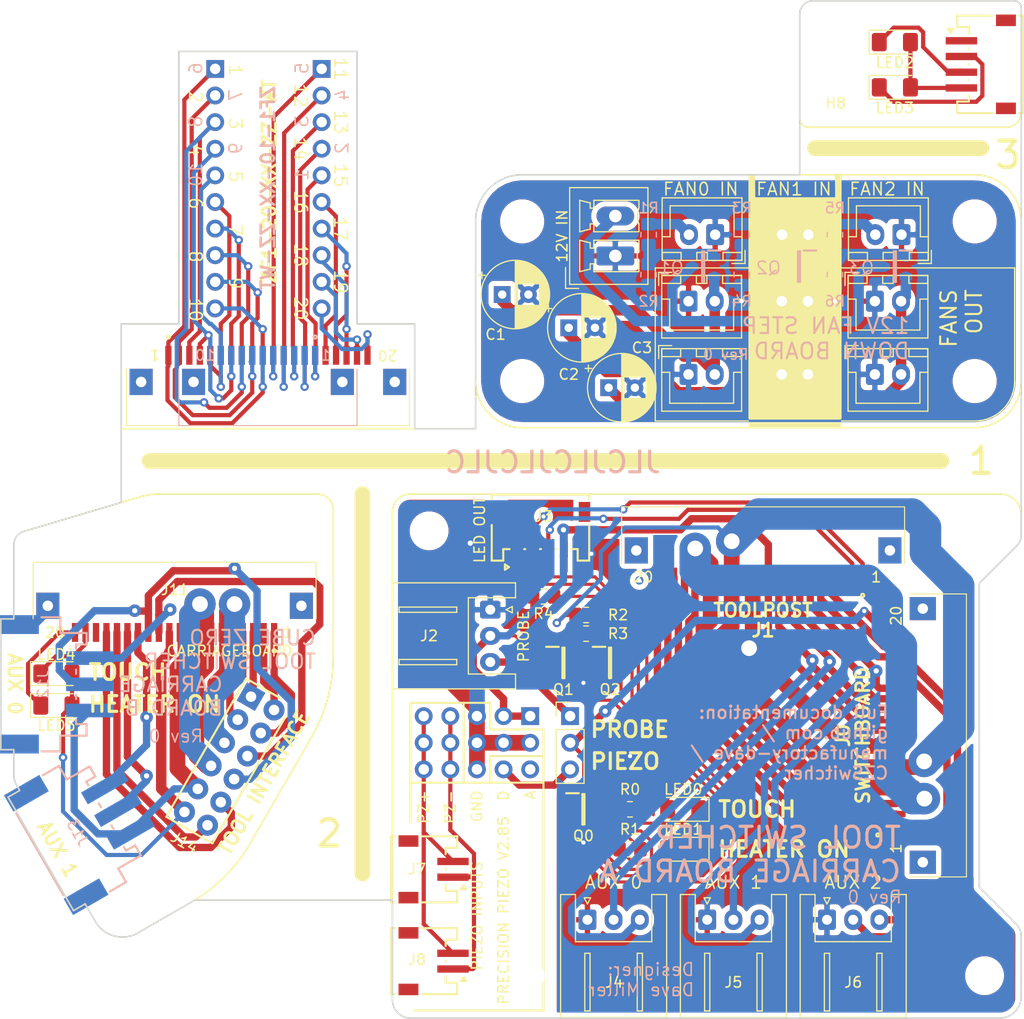
<source format=kicad_pcb>
(kicad_pcb (version 20171130) (host pcbnew "(5.1.9)-1")
  (layers (0 F.Cu signal hide) (31 B.Cu signal hide) (34 B.Paste user hide) (35 F.Paste user hide) (36 B.SilkS user) (37 F.SilkS user) (38 B.Mask user hide) (39 F.Mask user hide) (44 Edge.Cuts user))
  (net 0 "")
  (net 1 /HEATER_OUT)
  (net 2 /1B)
  (net 3 /2B)
  (net 4 /2A)
  (net 5 /1A)
  (net 6 /AUX0)
  (net 7 /AUX1)
  (net 8 +24V)
  (net 9 GND)
  (net 10 +3V3)
  (net 11 GND1)
  (net 12 /THERM_OUT)
  (net 13 /PROBE)
  (net 14 "Net-(J2-Pad3)")
  (net 15 /PZ+)
  (net 16 /PZ-)
  (net 17 /GND1_1)
  (net 18 /THERM_OUT_1)
  (net 19 /GND_1)
  (net 20 /AUX0_1)
  (net 21 /HEATER_OUT_1)
  (net 22 /24V_1)
  (net 23 /1A_1)
  (net 24 /2A_1)
  (net 25 /2B_1)
  (net 26 /1B_1)
  (net 27 "Net-(JP0-Pad3)")
  (net 28 /3V3_1)
  (net 29 /V_AUX2)
  (net 30 /AUX2)
  (net 31 /V_AUX1)
  (net 32 /V_AUX0)
  (net 33 /AUX1_1)
  (net 34 /V_AUX1_1)
  (net 35 /V_AUX0_1)
  (net 36 /PROBELED-)
  (net 37 "Net-(Q0-Pad3)")
  (net 38 "Net-(Q1-Pad1)")
  (net 39 /PROBELED-_1)
  (net 40 "Net-(Q1-Pad3)")
  (net 41 "Net-(J0-Pad22)")
  (net 42 "Net-(J0-Pad21)")
  (net 43 "Net-(J1-Pad22)")
  (net 44 "Net-(J1-Pad21)")
  (net 45 "Net-(J1-Pad3)")
  (net 46 "Net-(J10-Pad4)")
  (net 47 "Net-(J10-Pad3)")
  (net 48 "Net-(J10-Pad2)")
  (net 49 "Net-(J10-Pad1)")
  (net 50 "Net-(J11-Pad22)")
  (net 51 "Net-(J11-Pad21)")
  (net 52 "Net-(J11-Pad18)")
  (net 53 "Net-(PCB0-Pad11)")
  (net 54 /HEATLED-)
  (net 55 "Net-(J3-Pad1)")
  (net 56 "Net-(Q2-Pad3)")
  (net 57 /HEATLED-_1)
  (net 58 +12V)
  (net 59 /FAN0_OUT)
  (net 60 /FAN1_OUT)
  (net 61 /FAN2_OUT)
  (net 62 "Net-(Q2-Pad1)")
  (net 63 "Net-(Q3-Pad1)")
  (net 64 "Net-(J2-Pad2)")
  (net 65 "Net-(J5-Pad2)")
  (net 66 "Net-(J8-Pad2)")
  (net 67 "Net-(ax13-Pad10)")
  (net 68 "Net-(ax13-Pad9)")
  (net 69 "Net-(ax13-Pad8)")
  (net 70 "Net-(ax13-Pad7)")
  (net 71 "Net-(ax13-Pad6)")
  (net 72 "Net-(ax13-Pad5)")
  (net 73 "Net-(ax13-Pad4)")
  (net 74 "Net-(ax13-Pad3)")
  (net 75 "Net-(ax13-Pad2)")
  (net 76 "Net-(ax13-Pad1)")
  (net 77 "Net-(ax15-Pad9)")
  (net 78 "Net-(ax15-Pad7)")
  (net 79 "Net-(ax15-Pad5)")
  (net 80 "Net-(ax15-Pad3)")
  (net 81 "Net-(ax15-Pad1)")
  (net 82 "Net-(ax15-Pad10)")
  (net 83 "Net-(ax15-Pad8)")
  (net 84 "Net-(ax15-Pad6)")
  (net 85 "Net-(ax15-Pad4)")
  (net 86 "Net-(ax15-Pad2)")
  (module 0c-boards:ZF1-20-XX-ZZ-WT_Handsolder (layer F.Cu) (at 162.055 73.9485 180)
    (fp_text reference J1 (at 0 -5.08) (layer F.SilkS) (effects (font (size 1.27 1.27) (thickness 0.254))))
    (fp_text value TOOLPOST (at 0 -3.175) (layer F.SilkS) (effects (font (size 1.27 1.27) (thickness 0.254))))
    (fp_text user 1 (at -10.795 0) (layer F.SilkS))
    (fp_text user 20 (at 11.43 0) (layer F.SilkS))
    (pad 1 smd rect (at -9.5 0 180) (size 0.6 1.8) (layers F.Cu F.Paste F.Mask) (net 54 /HEATLED-))
    (pad 2 smd rect (at -8.5 0 180) (size 0.6 1.8) (layers F.Cu F.Paste F.Mask) (net 36 /PROBELED-))
    (pad 3 smd rect (at -7.5 0 180) (size 0.6 1.8) (layers F.Cu F.Paste F.Mask) (net 45 "Net-(J1-Pad3)"))
    (pad 4 smd rect (at -6.5 0 180) (size 0.6 1.8) (layers F.Cu F.Paste F.Mask) (net 12 /THERM_OUT))
    (pad 5 smd rect (at -5.5 0 180) (size 0.6 1.8) (layers F.Cu F.Paste F.Mask) (net 11 GND1))
    (pad 6 smd rect (at -4.5 0 180) (size 0.6 1.8) (layers F.Cu F.Paste F.Mask) (net 7 /AUX1))
    (pad 7 smd rect (at -3.5 0 180) (size 0.6 1.8) (layers F.Cu F.Paste F.Mask) (net 31 /V_AUX1))
    (pad 8 smd rect (at -2.5 0 180) (size 0.6 1.8) (layers F.Cu F.Paste F.Mask) (net 6 /AUX0))
    (pad 9 smd rect (at -1.5 0 180) (size 0.6 1.8) (layers F.Cu F.Paste F.Mask) (net 32 /V_AUX0))
    (pad 10 smd rect (at -0.5 0 180) (size 0.6 1.8) (layers F.Cu F.Paste F.Mask) (net 10 +3V3))
    (pad 11 smd rect (at 0.5 0 180) (size 0.6 1.8) (layers F.Cu F.Paste F.Mask) (net 9 GND))
    (pad 12 smd rect (at 1.5 0 180) (size 0.6 1.8) (layers F.Cu F.Paste F.Mask) (net 9 GND))
    (pad 13 smd rect (at 2.5 0 180) (size 0.6 1.8) (layers F.Cu F.Paste F.Mask) (net 1 /HEATER_OUT))
    (pad 14 smd rect (at 3.5 0 180) (size 0.6 1.8) (layers F.Cu F.Paste F.Mask) (net 1 /HEATER_OUT))
    (pad 15 smd rect (at 4.5 0 180) (size 0.6 1.8) (layers F.Cu F.Paste F.Mask) (net 8 +24V))
    (pad 16 smd rect (at 5.5 0 180) (size 0.6 1.8) (layers F.Cu F.Paste F.Mask) (net 8 +24V))
    (pad 17 smd rect (at 6.5 0 180) (size 0.6 1.8) (layers F.Cu F.Paste F.Mask) (net 5 /1A))
    (pad 18 smd rect (at 7.5 0 180) (size 0.6 1.8) (layers F.Cu F.Paste F.Mask) (net 4 /2A))
    (pad 19 smd rect (at 8.5 0 180) (size 0.6 1.8) (layers F.Cu F.Paste F.Mask) (net 3 /2B))
    (pad 20 smd rect (at 9.5 0 180) (size 0.6 1.8) (layers F.Cu F.Paste F.Mask) (net 2 /1B))
    (pad 21 thru_hole rect (at -12.1 2.54 180) (size 2.2 2.5) (drill 1) (layers *.Cu *.Mask) (net 44 "Net-(J1-Pad21)"))
    (pad 22 thru_hole rect (at 12.1 2.54 180) (size 2.2 2.5) (drill 1) (layers *.Cu *.Mask) (net 43 "Net-(J1-Pad22)"))
  )
  (module 0c-boards:ZF1-20-XX-ZZ-WT_Handsolder (layer F.Cu) (at 105.897 79.233136 180)
    (fp_text reference J11 (at -0.024 4.073136) (layer F.SilkS))
    (fp_text value CARRIAGEBOARD (at -5.231 -1.768864) (layer F.SilkS))
    (fp_text user 1 (at -10.795 0) (layer F.SilkS))
    (fp_text user 20 (at 11.43 0) (layer F.SilkS))
    (pad 1 smd rect (at -9.5 0 180) (size 0.6 1.8) (layers F.Cu F.Paste F.Mask) (net 26 /1B_1))
    (pad 2 smd rect (at -8.5 0 180) (size 0.6 1.8) (layers F.Cu F.Paste F.Mask) (net 25 /2B_1))
    (pad 3 smd rect (at -7.5 0 180) (size 0.6 1.8) (layers F.Cu F.Paste F.Mask) (net 24 /2A_1))
    (pad 4 smd rect (at -6.5 0 180) (size 0.6 1.8) (layers F.Cu F.Paste F.Mask) (net 23 /1A_1))
    (pad 5 smd rect (at -5.5 0 180) (size 0.6 1.8) (layers F.Cu F.Paste F.Mask) (net 22 /24V_1))
    (pad 6 smd rect (at -4.5 0 180) (size 0.6 1.8) (layers F.Cu F.Paste F.Mask) (net 22 /24V_1))
    (pad 7 smd rect (at -3.5 0 180) (size 0.6 1.8) (layers F.Cu F.Paste F.Mask) (net 21 /HEATER_OUT_1))
    (pad 8 smd rect (at -2.5 0 180) (size 0.6 1.8) (layers F.Cu F.Paste F.Mask) (net 21 /HEATER_OUT_1))
    (pad 9 smd rect (at -1.5 0 180) (size 0.6 1.8) (layers F.Cu F.Paste F.Mask) (net 19 /GND_1))
    (pad 10 smd rect (at -0.5 0 180) (size 0.6 1.8) (layers F.Cu F.Paste F.Mask) (net 19 /GND_1))
    (pad 11 smd rect (at 0.5 0 180) (size 0.6 1.8) (layers F.Cu F.Paste F.Mask) (net 28 /3V3_1))
    (pad 12 smd rect (at 1.5 0 180) (size 0.6 1.8) (layers F.Cu F.Paste F.Mask) (net 35 /V_AUX0_1))
    (pad 13 smd rect (at 2.5 0 180) (size 0.6 1.8) (layers F.Cu F.Paste F.Mask) (net 20 /AUX0_1))
    (pad 14 smd rect (at 3.5 0 180) (size 0.6 1.8) (layers F.Cu F.Paste F.Mask) (net 34 /V_AUX1_1))
    (pad 15 smd rect (at 4.5 0 180) (size 0.6 1.8) (layers F.Cu F.Paste F.Mask) (net 33 /AUX1_1))
    (pad 16 smd rect (at 5.5 0 180) (size 0.6 1.8) (layers F.Cu F.Paste F.Mask) (net 17 /GND1_1))
    (pad 17 smd rect (at 6.5 0 180) (size 0.6 1.8) (layers F.Cu F.Paste F.Mask) (net 18 /THERM_OUT_1))
    (pad 18 smd rect (at 7.5 0 180) (size 0.6 1.8) (layers F.Cu F.Paste F.Mask) (net 52 "Net-(J11-Pad18)"))
    (pad 19 smd rect (at 8.5 0 180) (size 0.6 1.8) (layers F.Cu F.Paste F.Mask) (net 39 /PROBELED-_1))
    (pad 20 smd rect (at 9.5 0 180) (size 0.6 1.8) (layers F.Cu F.Paste F.Mask) (net 57 /HEATLED-_1))
    (pad 21 thru_hole rect (at -12.1 2.54 180) (size 2.2 2.5) (drill 1) (layers *.Cu *.Mask) (net 51 "Net-(J11-Pad21)"))
    (pad 22 thru_hole rect (at 12.1 2.54 180) (size 2.2 2.5) (drill 1) (layers *.Cu *.Mask) (net 50 "Net-(J11-Pad22)"))
  )
  (module 0c-boards:ZF1-20-XX-ZZ-WT_Handsolder (layer F.Cu) (at 174.755 89.0615 90)
    (fp_text reference J0 (at 0 -5.08 90) (layer F.SilkS) (effects (font (size 1.27 1.27) (thickness 0.254))))
    (fp_text value SWITCHBOARD (at 0 -3.175 90) (layer F.SilkS) (effects (font (size 1.27 1.27) (thickness 0.254))))
    (fp_text user 1 (at -10.795 0 90) (layer F.SilkS))
    (fp_text user 20 (at 11.43 0 90) (layer F.SilkS))
    (pad 1 smd rect (at -9.5 0 90) (size 0.6 1.8) (layers F.Cu F.Paste F.Mask) (net 2 /1B))
    (pad 2 smd rect (at -8.5 0 90) (size 0.6 1.8) (layers F.Cu F.Paste F.Mask) (net 3 /2B))
    (pad 3 smd rect (at -7.5 0 90) (size 0.6 1.8) (layers F.Cu F.Paste F.Mask) (net 4 /2A))
    (pad 4 smd rect (at -6.5 0 90) (size 0.6 1.8) (layers F.Cu F.Paste F.Mask) (net 5 /1A))
    (pad 5 smd rect (at -5.5 0 90) (size 0.6 1.8) (layers F.Cu F.Paste F.Mask) (net 8 +24V))
    (pad 6 smd rect (at -4.5 0 90) (size 0.6 1.8) (layers F.Cu F.Paste F.Mask) (net 8 +24V))
    (pad 7 smd rect (at -3.5 0 90) (size 0.6 1.8) (layers F.Cu F.Paste F.Mask) (net 1 /HEATER_OUT))
    (pad 8 smd rect (at -2.5 0 90) (size 0.6 1.8) (layers F.Cu F.Paste F.Mask) (net 1 /HEATER_OUT))
    (pad 9 smd rect (at -1.5 0 90) (size 0.6 1.8) (layers F.Cu F.Paste F.Mask) (net 9 GND))
    (pad 10 smd rect (at -0.5 0 90) (size 0.6 1.8) (layers F.Cu F.Paste F.Mask) (net 9 GND))
    (pad 11 smd rect (at 0.5 0 90) (size 0.6 1.8) (layers F.Cu F.Paste F.Mask) (net 10 +3V3))
    (pad 12 smd rect (at 1.5 0 90) (size 0.6 1.8) (layers F.Cu F.Paste F.Mask) (net 32 /V_AUX0))
    (pad 13 smd rect (at 2.5 0 90) (size 0.6 1.8) (layers F.Cu F.Paste F.Mask) (net 6 /AUX0))
    (pad 14 smd rect (at 3.5 0 90) (size 0.6 1.8) (layers F.Cu F.Paste F.Mask) (net 31 /V_AUX1))
    (pad 15 smd rect (at 4.5 0 90) (size 0.6 1.8) (layers F.Cu F.Paste F.Mask) (net 7 /AUX1))
    (pad 16 smd rect (at 5.5 0 90) (size 0.6 1.8) (layers F.Cu F.Paste F.Mask) (net 29 /V_AUX2))
    (pad 17 smd rect (at 6.5 0 90) (size 0.6 1.8) (layers F.Cu F.Paste F.Mask) (net 30 /AUX2))
    (pad 18 smd rect (at 7.5 0 90) (size 0.6 1.8) (layers F.Cu F.Paste F.Mask) (net 11 GND1))
    (pad 19 smd rect (at 8.5 0 90) (size 0.6 1.8) (layers F.Cu F.Paste F.Mask) (net 12 /THERM_OUT))
    (pad 20 smd rect (at 9.5 0 90) (size 0.6 1.8) (layers F.Cu F.Paste F.Mask) (net 13 /PROBE))
    (pad 21 thru_hole rect (at -12.1 2.54 90) (size 2.2 2.5) (drill 1) (layers *.Cu *.Mask) (net 42 "Net-(J0-Pad21)"))
    (pad 22 thru_hole rect (at 12.1 2.54 90) (size 2.2 2.5) (drill 1) (layers *.Cu *.Mask) (net 41 "Net-(J0-Pad22)"))
  )
  (module 1SamacSys_Parts:JST-XH_2.50MM_03x01_SMT (layer B.Cu) (at 100.490496 96.115586 120)
    (fp_text reference J13 (at 0 -4.445 120) (layer B.SilkS) (effects (justify mirror)))
    (fp_text value "AUX 1" (at -0.426301 -6.880452 120) (layer F.SilkS) (effects (font (size 1.27 1.27) (thickness 0.254))))
    (pad 1 smd rect (at -2.5 0 120) (size 1.3 4.5) (layers B.Cu B.Paste B.Mask) (net 19 /GND_1))
    (pad 2 smd rect (at 0 0 120) (size 1.3 4.5) (layers B.Cu B.Paste B.Mask) (net 33 /AUX1_1))
    (pad 3 smd rect (at 2.5 0 120) (size 1.3 4.5) (layers B.Cu B.Paste B.Mask) (net 34 /V_AUX1_1))
    (pad 4 smd rect (at -5.7 -6.8 120) (size 1.8 3.9) (layers B.Cu B.Paste B.Mask))
    (pad 5 smd rect (at 5.7 -6.8 120) (size 1.8 3.9) (layers B.Cu B.Paste B.Mask))
  )
  (module 1SamacSys_Parts:JST-XH_2.50MM_03x01_SMT (layer B.Cu) (at 97.796999 84.183136 90)
    (fp_text reference J12 (at 0 -4.445 90) (layer B.SilkS) (effects (justify mirror)))
    (fp_text value "AUX 0")
    (pad 1 smd rect (at -2.5 0 90) (size 1.3 4.5) (layers B.Cu B.Paste B.Mask) (net 19 /GND_1))
    (pad 2 smd rect (at 0 0 90) (size 1.3 4.5) (layers B.Cu B.Paste B.Mask) (net 20 /AUX0_1))
    (pad 3 smd rect (at 2.5 0 90) (size 1.3 4.5) (layers B.Cu B.Paste B.Mask) (net 35 /V_AUX0_1))
    (pad 4 smd rect (at -5.7 -6.8 90) (size 1.8 3.9) (layers B.Cu B.Paste B.Mask))
    (pad 5 smd rect (at 5.7 -6.8 90) (size 1.8 3.9) (layers B.Cu B.Paste B.Mask))
  )
  (module 0c-boards:813-S1-012-10-014101 (layer F.Cu) (at 115.389058 86.631248 240)
    (fp_text reference J14 (at 15.25233 1.100306 150) (layer F.SilkS))
    (fp_text value "TOOL INTERFACE" (at 6.492995 -2.641307 60) (layer F.SilkS) (effects (font (size 1.27 1.27) (thickness 0.254))))
    (pad 12 thru_hole circle (at 12.7 0 240) (size 2 2) (drill 1) (layers *.Cu *.Mask) (net 17 /GND1_1))
    (pad 10 thru_hole circle (at 10.16 0 240) (size 2 2) (drill 1) (layers *.Cu *.Mask) (net 18 /THERM_OUT_1))
    (pad 8 thru_hole circle (at 7.62 0 240) (size 2 2) (drill 1) (layers *.Cu *.Mask) (net 20 /AUX0_1))
    (pad 6 thru_hole circle (at 5.08 0 240) (size 2 2) (drill 1) (layers *.Cu *.Mask) (net 35 /V_AUX0_1))
    (pad 4 thru_hole circle (at 2.54 0 240) (size 2 2) (drill 1) (layers *.Cu *.Mask) (net 26 /1B_1))
    (pad 11 thru_hole circle (at 12.7 2.54 240) (size 2 2) (drill 1) (layers *.Cu *.Mask) (net 28 /3V3_1))
    (pad 9 thru_hole circle (at 10.16 2.54 240) (size 2 2) (drill 1) (layers *.Cu *.Mask) (net 19 /GND_1))
    (pad 7 thru_hole circle (at 7.62 2.54 240) (size 2 2) (drill 1) (layers *.Cu *.Mask) (net 21 /HEATER_OUT_1))
    (pad 5 thru_hole circle (at 5.08 2.54 240) (size 2 2) (drill 1) (layers *.Cu *.Mask) (net 22 /24V_1))
    (pad 3 thru_hole circle (at 2.54 2.54 240) (size 2 2) (drill 1) (layers *.Cu *.Mask) (net 23 /1A_1))
    (pad 1 thru_hole rect (at 0 2.54 240) (size 2 2) (drill 1) (layers *.Cu *.Mask) (net 24 /2A_1))
    (pad 2 thru_hole circle (at 0 0 240) (size 2 2) (drill 1) (layers *.Cu *.Mask) (net 25 /2B_1))
  )
  (module 0Mosfets:SUPER-SOT-3 (layer F.Cu) (at 143.005 82.14)
    (fp_text reference Q1 (at 0 2.54) (layer F.SilkS))
    (fp_text value NTR1P02T1G)
    (pad 1 smd rect (at -1.05 -0.96 90) (size 0.65 1.2) (layers F.Cu F.Paste F.Mask) (net 38 "Net-(Q1-Pad1)"))
    (pad 2 smd rect (at -1.05 0.96 90) (size 0.65 1.2) (layers F.Cu F.Paste F.Mask) (net 10 +3V3))
    (pad 3 smd rect (at 1.05 0 90) (size 0.65 1.2) (layers F.Cu F.Paste F.Mask) (net 40 "Net-(Q1-Pad3)"))
  )
  (module Resistor_SMD:R_0805_2012Metric_Pad1.20x1.40mm_HandSolder (layer F.Cu) (at 141.1 75.79 180)
    (fp_text reference R4 (at 0 -1.65) (layer F.SilkS))
    (fp_text value 220R)
    (pad 2 smd roundrect (at 1 0 180) (size 1.2 1.4) (layers F.Cu F.Paste F.Mask) (roundrect_rratio 0.2083325) (net 9 GND))
    (pad 1 smd roundrect (at -1 0 180) (size 1.2 1.4) (layers F.Cu F.Paste F.Mask) (roundrect_rratio 0.2083325) (net 40 "Net-(Q1-Pad3)"))
  )
  (module 0Mosfets:SUPER-SOT-3 (layer F.Cu) (at 147.45 82.14)
    (fp_text reference Q2 (at 0 2.54) (layer F.SilkS))
    (fp_text value DMN3150L-7)
    (pad 1 smd rect (at -1.05 -0.96 90) (size 0.65 1.2) (layers F.Cu F.Paste F.Mask) (net 40 "Net-(Q1-Pad3)"))
    (pad 2 smd rect (at -1.05 0.96 90) (size 0.65 1.2) (layers F.Cu F.Paste F.Mask) (net 9 GND))
    (pad 3 smd rect (at 1.05 0 90) (size 0.65 1.2) (layers F.Cu F.Paste F.Mask) (net 56 "Net-(Q2-Pad3)"))
  )
  (module MountingHole:MountingHole_2.7mm_M2.5 (layer F.Cu) (at 168.978 25.023 180)
    (fp_text reference H8 (at 0 -3.7) (layer F.SilkS))
    (fp_text value MountingHole)
    (pad 1 np_thru_hole circle (at 0 0 180) (size 2.7 2.7) (drill 2.7) (layers *.Cu *.Mask))
  )
  (module 0_Daves_Stuff:JST-ZH_S2B-ZR-SM4A-TF (layer F.Cu) (at 132.464 111.35 90)
    (fp_text reference J8 (at 0.9 -3.429 180) (layer F.SilkS))
    (fp_text value "PIEZO 2")
    (pad 4 smd rect (at 3.45 -4.25 90) (size 1.1 1.9) (layers F.Cu F.Paste F.Mask))
    (pad 3 smd rect (at -1.95 -4.25 90) (size 1.1 1.9) (layers F.Cu F.Paste F.Mask))
    (pad 2 smd rect (at 1.5 0 90) (size 0.7 3) (layers F.Cu F.Paste F.Mask) (net 15 /PZ+))
    (pad 1 smd rect (at 0 0 90) (size 0.7 3) (layers F.Cu F.Paste F.Mask) (net 16 /PZ-))
  )
  (module 0_Daves_Stuff:JST-ZH_S2B-ZR-SM4A-TF (layer F.Cu) (at 132.464 102.587 90)
    (fp_text reference J7 (at 0.762 -3.429 180) (layer F.SilkS))
    (fp_text value "PIEZO 1")
    (pad 4 smd rect (at 3.45 -4.25 90) (size 1.1 1.9) (layers F.Cu F.Paste F.Mask))
    (pad 3 smd rect (at -1.95 -4.25 90) (size 1.1 1.9) (layers F.Cu F.Paste F.Mask))
    (pad 2 smd rect (at 1.5 0 90) (size 0.7 3) (layers F.Cu F.Paste F.Mask) (net 15 /PZ+))
    (pad 1 smd rect (at 0 0 90) (size 0.7 3) (layers F.Cu F.Paste F.Mask) (net 16 /PZ-))
  )
  (module 0_Daves_Stuff:JST-ZH_S4B-ZR-SM4A-TF (layer F.Cu) (at 138.56 71.98)
    (fp_text reference J3 (at 2.54 -3.81) (layer F.SilkS))
    (fp_text value "STATUS LED")
    (pad 6 smd rect (at 6.45 -4.25) (size 1.1 1.9) (layers F.Cu F.Paste F.Mask))
    (pad 5 smd rect (at -1.95 -4.25) (size 1.1 1.9) (layers F.Cu F.Paste F.Mask))
    (pad 4 smd rect (at 4.5 0) (size 0.7 3) (layers F.Cu F.Paste F.Mask) (net 10 +3V3))
    (pad 3 smd rect (at 3 0) (size 0.7 3) (layers F.Cu F.Paste F.Mask) (net 36 /PROBELED-))
    (pad 2 smd rect (at 1.5 0) (size 0.7 3) (layers F.Cu F.Paste F.Mask) (net 54 /HEATLED-))
    (pad 1 smd rect (at 0 0) (size 0.7 3) (layers F.Cu F.Paste F.Mask) (net 55 "Net-(J3-Pad1)"))
  )
  (module 0_Daves_Stuff:JST-ZH_S4B-ZR-SM4A-TF (layer F.Cu) (at 180.978 22.773 270)
    (fp_text reference J10)
    (fp_text value "STATUS LED")
    (pad 6 smd rect (at 6.45 -4.25 270) (size 1.1 1.9) (layers F.Cu F.Paste F.Mask))
    (pad 5 smd rect (at -1.95 -4.25 270) (size 1.1 1.9) (layers F.Cu F.Paste F.Mask))
    (pad 4 smd rect (at 4.5 0 270) (size 0.7 3) (layers F.Cu F.Paste F.Mask) (net 46 "Net-(J10-Pad4)"))
    (pad 3 smd rect (at 3 0 270) (size 0.7 3) (layers F.Cu F.Paste F.Mask) (net 47 "Net-(J10-Pad3)"))
    (pad 2 smd rect (at 1.5 0 270) (size 0.7 3) (layers F.Cu F.Paste F.Mask) (net 48 "Net-(J10-Pad2)"))
    (pad 1 smd rect (at 0 0 270) (size 0.7 3) (layers F.Cu F.Paste F.Mask) (net 49 "Net-(J10-Pad1)"))
  )
  (module Connector_JST:JST_XH_S3B-XH-A_1x03_P2.50mm_Horizontal (layer F.Cu) (at 136.02 77.06 270)
    (fp_text reference J2)
    (fp_text value PROBE (at 2.54 -3.175 270) (layer F.SilkS))
    (fp_text user %R (at 2.5 5.842) (layer F.SilkS))
    (pad 3 thru_hole oval (at 5 0 270) (size 1.7 1.95) (drill 0.95) (layers *.Cu *.Mask) (net 14 "Net-(J2-Pad3)"))
    (pad 2 thru_hole oval (at 2.5 0 270) (size 1.7 1.95) (drill 0.95) (layers *.Cu *.Mask) (net 10 +3V3))
    (pad 1 thru_hole roundrect (at 0 0 270) (size 1.7 1.95) (drill 0.95) (layers *.Cu *.Mask) (roundrect_rratio 0.1470588235294118) (net 9 GND))
  )
  (module Connector_JST:JST_XH_S3B-XH-A_1x03_P2.50mm_Horizontal (layer F.Cu) (at 168.151 106.651)
    (fp_text reference J6)
    (fp_text value "AUX 2" (at 2.5 -3.57) (layer F.SilkS) (effects (font (size 1.2 1.2))))
    (fp_text user %R (at 2.5 5.969) (layer F.SilkS))
    (pad 3 thru_hole oval (at 5 0) (size 1.7 1.95) (drill 0.95) (layers *.Cu *.Mask) (net 29 /V_AUX2))
    (pad 2 thru_hole oval (at 2.5 0) (size 1.7 1.95) (drill 0.95) (layers *.Cu *.Mask) (net 30 /AUX2))
    (pad 1 thru_hole roundrect (at 0 0) (size 1.7 1.95) (drill 0.95) (layers *.Cu *.Mask) (roundrect_rratio 0.1470588235294118) (net 9 GND))
  )
  (module Connector_JST:JST_XH_S3B-XH-A_1x03_P2.50mm_Horizontal (layer F.Cu) (at 156.721 106.651)
    (fp_text reference J5)
    (fp_text value "AUX 1" (at 2.5 -3.57) (layer F.SilkS) (effects (font (size 1.2 1.2))))
    (fp_text user %R (at 2.5 5.969) (layer F.SilkS))
    (pad 3 thru_hole oval (at 5 0) (size 1.7 1.95) (drill 0.95) (layers *.Cu *.Mask) (net 31 /V_AUX1))
    (pad 2 thru_hole oval (at 2.5 0) (size 1.7 1.95) (drill 0.95) (layers *.Cu *.Mask) (net 7 /AUX1))
    (pad 1 thru_hole roundrect (at 0 0) (size 1.7 1.95) (drill 0.95) (layers *.Cu *.Mask) (roundrect_rratio 0.1470588235294118) (net 9 GND))
  )
  (module Connector_JST:JST_XH_S3B-XH-A_1x03_P2.50mm_Horizontal (layer F.Cu) (at 145.291 106.651)
    (fp_text reference J4)
    (fp_text value "AUX 0" (at 2.5 -3.57) (layer F.SilkS) (effects (font (size 1.2 1.2))))
    (fp_text user %R (at 2.54 5.969) (layer F.SilkS))
    (pad 3 thru_hole oval (at 5 0) (size 1.7 1.95) (drill 0.95) (layers *.Cu *.Mask) (net 32 /V_AUX0))
    (pad 2 thru_hole oval (at 2.5 0) (size 1.7 1.95) (drill 0.95) (layers *.Cu *.Mask) (net 6 /AUX0))
    (pad 1 thru_hole roundrect (at 0 0) (size 1.7 1.95) (drill 0.95) (layers *.Cu *.Mask) (roundrect_rratio 0.1470588235294118) (net 9 GND))
  )
  (module 0Mosfets:SUPER-SOT-3 (layer F.Cu) (at 144.91 96.11)
    (fp_text reference Q0 (at 0 2.54) (layer F.SilkS))
    (fp_text value DMN3150L-7)
    (pad 1 smd rect (at -1.05 -0.96 90) (size 0.65 1.2) (layers F.Cu F.Paste F.Mask) (net 13 /PROBE))
    (pad 2 smd rect (at -1.05 0.96 90) (size 0.65 1.2) (layers F.Cu F.Paste F.Mask) (net 9 GND))
    (pad 3 smd rect (at 1.05 0 90) (size 0.65 1.2) (layers F.Cu F.Paste F.Mask) (net 37 "Net-(Q0-Pad3)"))
  )
  (module Resistor_SMD:R_0805_2012Metric_Pad1.20x1.40mm_HandSolder (layer F.Cu) (at 145.164 79.346 180)
    (fp_text reference R3 (at -3.048 0) (layer F.SilkS))
    (fp_text value 39k)
    (pad 2 smd roundrect (at 1 0 180) (size 1.2 1.4) (layers F.Cu F.Paste F.Mask) (roundrect_rratio 0.2083325) (net 9 GND))
    (pad 1 smd roundrect (at -1 0 180) (size 1.2 1.4) (layers F.Cu F.Paste F.Mask) (roundrect_rratio 0.2083325) (net 38 "Net-(Q1-Pad1)"))
  )
  (module Resistor_SMD:R_0805_2012Metric_Pad1.20x1.40mm_HandSolder (layer F.Cu) (at 145.164 77.568)
    (fp_text reference R2 (at 3.048 0) (layer F.SilkS))
    (fp_text value 39k)
    (pad 2 smd roundrect (at 1 0) (size 1.2 1.4) (layers F.Cu F.Paste F.Mask) (roundrect_rratio 0.2083325) (net 38 "Net-(Q1-Pad1)"))
    (pad 1 smd roundrect (at -1 0) (size 1.2 1.4) (layers F.Cu F.Paste F.Mask) (roundrect_rratio 0.2083325) (net 1 /HEATER_OUT))
  )
  (module Resistor_SMD:R_0805_2012Metric_Pad1.20x1.40mm_HandSolder (layer F.Cu) (at 149.355 99.92)
    (fp_text reference R1 (at 0 -1.905) (layer F.SilkS))
    (fp_text value 51R)
    (pad 2 smd roundrect (at 1 0) (size 1.2 1.4) (layers F.Cu F.Paste F.Mask) (roundrect_rratio 0.2083325) (net 56 "Net-(Q2-Pad3)"))
    (pad 1 smd roundrect (at -1 0) (size 1.2 1.4) (layers F.Cu F.Paste F.Mask) (roundrect_rratio 0.2083325) (net 54 /HEATLED-))
  )
  (module Resistor_SMD:R_0805_2012Metric_Pad1.20x1.40mm_HandSolder (layer F.Cu) (at 149.355 96.11)
    (fp_text reference R0 (at 0 -1.905) (layer F.SilkS))
    (fp_text value 39R)
    (pad 2 smd roundrect (at 1 0) (size 1.2 1.4) (layers F.Cu F.Paste F.Mask) (roundrect_rratio 0.2083325) (net 37 "Net-(Q0-Pad3)"))
    (pad 1 smd roundrect (at -1 0) (size 1.2 1.4) (layers F.Cu F.Paste F.Mask) (roundrect_rratio 0.2083325) (net 36 /PROBELED-))
  )
  (module LED_SMD:LED_1206_3216Metric_Pad1.42x1.75mm_HandSolder (layer F.Cu) (at 94.618 86.209)
    (fp_text reference LED5 (at 0 1.905) (layer F.SilkS))
    (fp_text value APTD3216LSYCK)
    (pad 2 smd roundrect (at 1.4875 0) (size 1.425 1.75) (layers F.Cu F.Paste F.Mask) (roundrect_rratio 0.1754385964912281) (net 28 /3V3_1))
    (pad 1 smd roundrect (at -1.4875 0) (size 1.425 1.75) (layers F.Cu F.Paste F.Mask) (roundrect_rratio 0.1754385964912281) (net 57 /HEATLED-_1))
  )
  (module LED_SMD:LED_1206_3216Metric_Pad1.42x1.75mm_HandSolder (layer F.Cu) (at 94.618 83.161)
    (fp_text reference LED4 (at 0 -1.82) (layer F.SilkS))
    (fp_text value APTD3216LVBC_D)
    (pad 2 smd roundrect (at 1.4875 0) (size 1.425 1.75) (layers F.Cu F.Paste F.Mask) (roundrect_rratio 0.1754385964912281) (net 28 /3V3_1))
    (pad 1 smd roundrect (at -1.4875 0) (size 1.425 1.75) (layers F.Cu F.Paste F.Mask) (roundrect_rratio 0.1754385964912281) (net 39 /PROBELED-_1))
  )
  (module LED_SMD:LED_1206_3216Metric_Pad1.42x1.75mm_HandSolder (layer F.Cu) (at 174.628 27.218)
    (fp_text reference LED3 (at 0 1.964) (layer F.SilkS))
    (fp_text value APTD3216LSYCK)
    (pad 2 smd roundrect (at 1.4875 0) (size 1.425 1.75) (layers F.Cu F.Paste F.Mask) (roundrect_rratio 0.1754385964912281) (net 46 "Net-(J10-Pad4)"))
    (pad 1 smd roundrect (at -1.4875 0) (size 1.425 1.75) (layers F.Cu F.Paste F.Mask) (roundrect_rratio 0.1754385964912281) (net 48 "Net-(J10-Pad2)"))
  )
  (module LED_SMD:LED_1206_3216Metric_Pad1.42x1.75mm_HandSolder (layer F.Cu) (at 174.628 22.9)
    (fp_text reference LED2 (at 0 1.964) (layer F.SilkS))
    (fp_text value APTD3216LVBC_D)
    (pad 2 smd roundrect (at 1.4875 0) (size 1.425 1.75) (layers F.Cu F.Paste F.Mask) (roundrect_rratio 0.1754385964912281) (net 46 "Net-(J10-Pad4)"))
    (pad 1 smd roundrect (at -1.4875 0) (size 1.425 1.75) (layers F.Cu F.Paste F.Mask) (roundrect_rratio 0.1754385964912281) (net 47 "Net-(J10-Pad3)"))
  )
  (module LED_SMD:LED_1206_3216Metric_Pad1.42x1.75mm_HandSolder (layer F.Cu) (at 154.435 99.92 180)
    (fp_text reference LED1 (at 0 1.905) (layer F.SilkS))
    (fp_text value APTD3216LSYCK)
    (pad 2 smd roundrect (at 1.4875 0 180) (size 1.425 1.75) (layers F.Cu F.Paste F.Mask) (roundrect_rratio 0.1754385964912281) (net 10 +3V3))
    (pad 1 smd roundrect (at -1.4875 0 180) (size 1.425 1.75) (layers F.Cu F.Paste F.Mask) (roundrect_rratio 0.1754385964912281) (net 54 /HEATLED-))
  )
  (module LED_SMD:LED_1206_3216Metric_Pad1.42x1.75mm_HandSolder (layer F.Cu) (at 154.435 96.11 180)
    (fp_text reference LED0 (at 0 1.905) (layer F.SilkS))
    (fp_text value APTD3216LVBC_D)
    (pad 2 smd roundrect (at 1.4875 0 180) (size 1.425 1.75) (layers F.Cu F.Paste F.Mask) (roundrect_rratio 0.1754385964912281) (net 10 +3V3))
    (pad 1 smd roundrect (at -1.4875 0 180) (size 1.425 1.75) (layers F.Cu F.Paste F.Mask) (roundrect_rratio 0.1754385964912281) (net 36 /PROBELED-))
  )
  (module MountingHole:MountingHole_2.7mm_M2.5 (layer F.Cu) (at 100.9214 105.295612)
    (fp_text reference H1)
    (fp_text value MountingHole)
    (pad 1 np_thru_hole circle (at 0 0) (size 2.7 2.7) (drill 2.7) (layers *.Cu *.Mask))
  )
  (module MountingHole:MountingHole_2.7mm_M2.5 (layer F.Cu) (at 106.897 69.033136)
    (fp_text reference H3)
    (fp_text value MountingHole)
    (pad 1 np_thru_hole circle (at 0 0) (size 2.7 2.7) (drill 2.7) (layers *.Cu *.Mask))
  )
  (module MountingHole:MountingHole_2.7mm_M2.5 (layer F.Cu) (at 117.897 69.033136)
    (fp_text reference H2)
    (fp_text value MountingHole)
    (pad 1 np_thru_hole circle (at 0 0) (size 2.7 2.7) (drill 2.7) (layers *.Cu *.Mask))
  )
  (module MountingHole:MountingHole_2.7mm_M2.5 (layer F.Cu) (at 139.83 111.985)
    (fp_text reference H5)
    (fp_text value MountingHole)
    (pad 1 np_thru_hole circle (at 0 0) (size 2.7 2.7) (drill 2.7) (layers *.Cu *.Mask))
  )
  (module MountingHole:MountingHole_2.7mm_M2.5 (layer F.Cu) (at 130.186002 69.536)
    (fp_text reference H4)
    (fp_text value MountingHole)
    (pad 1 np_thru_hole circle (at 0 0) (size 2.7 2.7) (drill 2.7) (layers *.Cu *.Mask))
  )
  (module Connector_PinHeader_2.54mm:PinHeader_1x03_P2.54mm_Vertical (layer F.Cu) (at 143.64 87.22)
    (fp_text reference JP0)
    (fp_text value "PIEZO / PROBE SELECT")
    (pad 1 thru_hole rect (at 0 0) (size 1.7 1.7) (drill 1) (layers *.Cu *.Mask) (net 14 "Net-(J2-Pad3)"))
    (pad 2 thru_hole oval (at 0 2.54) (size 1.7 1.7) (drill 1) (layers *.Cu *.Mask) (net 13 /PROBE))
    (pad 3 thru_hole oval (at 0 5.08) (size 1.7 1.7) (drill 1) (layers *.Cu *.Mask) (net 27 "Net-(JP0-Pad3)"))
  )
  (module MountingHole:MountingHole_2.7mm_M2.5 (layer F.Cu) (at 183.186 111.985)
    (fp_text reference H7)
    (fp_text value MountingHole)
    (pad 1 np_thru_hole circle (at 0 0) (size 2.7 2.7) (drill 2.7) (layers *.Cu *.Mask))
  )
  (module 0c-boards:Precision_Piezo_2.85 (layer F.Cu) (at 134.75 92.3 90)
    (fp_text reference PCB0)
    (fp_text value PrecisionPiezo285)
    (fp_text user "PRECISION PIEZO V2.85" (at -13.462 2.54 90) (layer F.SilkS))
    (fp_text user PZ+ (at -1.905 -5.08 90) (layer F.SilkS) (effects (justify right)))
    (fp_text user PZ- (at -1.905 -2.54 90) (layer F.SilkS) (effects (justify right)))
    (fp_text user A (at -1.905 5.08 90) (layer F.SilkS) (effects (justify right)))
    (fp_text user D (at -1.905 2.54 90) (layer F.SilkS) (effects (justify right)))
    (fp_text user GND (at -1.905 0 90) (layer F.SilkS) (effects (justify right)))
    (pad 13 thru_hole oval (at 0 0 90) (size 1.7 1.7) (drill 1) (layers *.Cu *.Mask) (net 9 GND))
    (pad 14 thru_hole oval (at 0 -2.54 90) (size 1.7 1.7) (drill 1) (layers *.Cu *.Mask) (net 16 /PZ-))
    (pad 12 thru_hole oval (at 0 2.54 90) (size 1.7 1.7) (drill 1) (layers *.Cu *.Mask) (net 27 "Net-(JP0-Pad3)"))
    (pad 11 thru_hole oval (at 0 5.08 90) (size 1.7 1.7) (drill 1) (layers *.Cu *.Mask) (net 53 "Net-(PCB0-Pad11)"))
    (pad 15 thru_hole oval (at 0 -5.08 90) (size 1.7 1.7) (drill 1) (layers *.Cu *.Mask) (net 15 /PZ+))
    (pad 10 thru_hole oval (at 2.54 -5.08 90) (size 1.7 1.7) (drill 1) (layers *.Cu *.Mask) (net 15 /PZ+))
    (pad 9 thru_hole oval (at 2.54 -2.54 90) (size 1.7 1.7) (drill 1) (layers *.Cu *.Mask) (net 16 /PZ-))
    (pad 8 thru_hole oval (at 2.54 0 90) (size 1.7 1.7) (drill 1) (layers *.Cu *.Mask) (net 9 GND))
    (pad 7 thru_hole oval (at 2.54 2.54 90) (size 1.7 1.7) (drill 1) (layers *.Cu *.Mask) (net 9 GND))
    (pad 6 thru_hole oval (at 2.54 5.08 90) (size 1.7 1.7) (drill 1) (layers *.Cu *.Mask) (net 9 GND))
    (pad 5 thru_hole oval (at 5.08 -5.08 90) (size 1.7 1.7) (drill 1) (layers *.Cu *.Mask) (net 15 /PZ+))
    (pad 4 thru_hole oval (at 5.08 -2.54 90) (size 1.7 1.7) (drill 1) (layers *.Cu *.Mask) (net 16 /PZ-))
    (pad 3 thru_hole oval (at 5.08 0 90) (size 1.7 1.7) (drill 1) (layers *.Cu *.Mask) (net 9 GND))
    (pad 2 thru_hole oval (at 5.08 2.54 90) (size 1.7 1.7) (drill 1) (layers *.Cu *.Mask) (net 10 +3V3))
    (pad 1 thru_hole rect (at 5.08 5.08 90) (size 1.7 1.7) (drill 1) (layers *.Cu *.Mask) (net 10 +3V3))
  )
  (module MountingHole:MountingHole_2.7mm_M2.5 (layer F.Cu) (at 183.186 69.536)
    (fp_text reference H6)
    (fp_text value MountingHole)
    (pad 1 np_thru_hole circle (at 0 0) (size 2.7 2.7) (drill 2.7) (layers *.Cu *.Mask))
  )
  (module Connector_Phoenix_MC:PhoenixContact_MCV_1,5_2-G-3.81_1x02_P3.81mm_Vertical (layer F.Cu) (at 147.955 43.307 90)
    (fp_text reference J1)
    (fp_text value "12V IN" (at 1.905 -5.08 90 unlocked) (layer F.SilkS))
    (pad 2 thru_hole oval (at 3.81 0 90) (size 1.8 3.6) (drill 1.2) (layers *.Cu *.Mask) (net 58 +12V))
    (pad 1 thru_hole roundrect (at 0 0 90) (size 1.8 3.6) (drill 1.2) (layers *.Cu *.Mask) (roundrect_rratio 0.1388888888888889) (net 9 GND))
  )
  (module MountingHole:MountingHole_3.2mm_M3 (layer F.Cu) (at 182.245 55.245)
    (fp_text reference H4)
    (fp_text value MountingHole)
    (pad 1 np_thru_hole circle (at 0 0) (size 3.2 3.2) (drill 3.2) (layers *.Cu *.Mask))
  )
  (module MountingHole:MountingHole_3.2mm_M3 (layer F.Cu) (at 182.245 40.005)
    (fp_text reference H3)
    (fp_text value MountingHole)
    (pad 1 np_thru_hole circle (at 0 0) (size 3.2 3.2) (drill 3.2) (layers *.Cu *.Mask))
  )
  (module MountingHole:MountingHole_3.2mm_M3 (layer F.Cu) (at 139.065 55.245)
    (fp_text reference H2)
    (fp_text value MountingHole)
    (pad 1 np_thru_hole circle (at 0 0) (size 3.2 3.2) (drill 3.2) (layers *.Cu *.Mask))
  )
  (module MountingHole:MountingHole_3.2mm_M3 (layer F.Cu) (at 139.065 40.005)
    (fp_text reference H1)
    (fp_text value MountingHole)
    (pad 1 np_thru_hole circle (at 0 0) (size 3.2 3.2) (drill 3.2) (layers *.Cu *.Mask))
  )
  (module Resistor_SMD:R_0805_2012Metric_Pad1.20x1.40mm_HandSolder (layer B.Cu) (at 160.02 41.275 270)
    (fp_text reference R3 (at -2.54 0) (layer B.SilkS) (effects (justify mirror)))
    (fp_text value 39k)
    (pad 1 smd roundrect (at -1 0 270) (size 1.2 1.4) (layers B.Cu B.Paste B.Mask) (roundrect_rratio 0.2083325) (net 65 "Net-(J5-Pad2)"))
    (pad 2 smd roundrect (at 1 0 270) (size 1.2 1.4) (layers B.Cu B.Paste B.Mask) (roundrect_rratio 0.2083325) (net 62 "Net-(Q2-Pad1)"))
  )
  (module 0_Daves_Stuff:JST_XH_B2B-XH-A_1x02_P2.50mm_Vertical (layer F.Cu) (at 172.72 47.625)
    (fp_text reference J10)
    (fp_text value "FAN2 OUT")
    (pad 2 thru_hole oval (at 2.5 0) (size 1.7 2) (drill 1) (layers *.Cu *.Mask) (net 61 /FAN2_OUT))
    (pad 1 thru_hole roundrect (at 0 0) (size 1.7 2) (drill 1) (layers *.Cu *.Mask) (roundrect_rratio 0.1470588235294118) (net 9 GND))
  )
  (module 0_Daves_Stuff:JST_XH_B2B-XH-A_1x02_P2.50mm_Vertical (layer F.Cu) (at 163.83 47.625)
    (fp_text reference J7)
    (fp_text value "FAN1 OUT")
    (pad 2 thru_hole oval (at 2.5 0) (size 1.7 2) (drill 1) (layers *.Cu *.Mask) (net 60 /FAN1_OUT))
    (pad 1 thru_hole roundrect (at 0 0) (size 1.7 2) (drill 1) (layers *.Cu *.Mask) (roundrect_rratio 0.1470588235294118) (net 9 GND))
  )
  (module 0_Daves_Stuff:JST_XH_B2B-XH-A_1x02_P2.50mm_Vertical (layer F.Cu) (at 154.94 54.61)
    (fp_text reference J4)
    (fp_text value "FAN0 OUT")
    (pad 2 thru_hole oval (at 2.5 0) (size 1.7 2) (drill 1) (layers *.Cu *.Mask) (net 59 /FAN0_OUT))
    (pad 1 thru_hole roundrect (at 0 0) (size 1.7 2) (drill 1) (layers *.Cu *.Mask) (roundrect_rratio 0.1470588235294118) (net 9 GND))
  )
  (module Capacitor_THT:CP_Radial_D6.3mm_P2.50mm (layer F.Cu) (at 147.32 55.88)
    (fp_text reference C3 (at 3.175 -3.81 unlocked) (layer F.SilkS))
    (fp_text value 100uF_35V_Electro_Radial)
    (pad 2 thru_hole circle (at 2.5 0) (size 1.6 1.6) (drill 0.8) (layers *.Cu *.Mask) (net 9 GND))
    (pad 1 thru_hole rect (at 0 0) (size 1.6 1.6) (drill 0.8) (layers *.Cu *.Mask) (net 61 /FAN2_OUT))
  )
  (module Capacitor_THT:CP_Radial_D6.3mm_P2.50mm (layer F.Cu) (at 143.51 50.165)
    (fp_text reference C2 (at 0 4.445 unlocked) (layer F.SilkS))
    (fp_text value 100uF_35V_Electro_Radial)
    (pad 2 thru_hole circle (at 2.5 0) (size 1.6 1.6) (drill 0.8) (layers *.Cu *.Mask) (net 9 GND))
    (pad 1 thru_hole rect (at 0 0) (size 1.6 1.6) (drill 0.8) (layers *.Cu *.Mask) (net 60 /FAN1_OUT))
  )
  (module Capacitor_THT:CP_Radial_D6.3mm_P2.50mm (layer F.Cu) (at 137.16 46.99)
    (fp_text reference C1 (at -0.635 3.81 unlocked) (layer F.SilkS))
    (fp_text value 100uF_35V_Electro_Radial)
    (pad 2 thru_hole circle (at 2.5 0) (size 1.6 1.6) (drill 0.8) (layers *.Cu *.Mask) (net 9 GND))
    (pad 1 thru_hole rect (at 0 0) (size 1.6 1.6) (drill 0.8) (layers *.Cu *.Mask) (net 59 /FAN0_OUT))
  )
  (module Resistor_SMD:R_0805_2012Metric_Pad1.20x1.40mm_HandSolder (layer B.Cu) (at 168.91 45.085 270)
    (fp_text reference R6 (at 2.54 0) (layer B.SilkS) (effects (justify mirror)))
    (fp_text value 10k)
    (pad 1 smd roundrect (at -1 0 270) (size 1.2 1.4) (layers B.Cu B.Paste B.Mask) (roundrect_rratio 0.2083325) (net 63 "Net-(Q3-Pad1)"))
    (pad 2 smd roundrect (at 1 0 270) (size 1.2 1.4) (layers B.Cu B.Paste B.Mask) (roundrect_rratio 0.2083325) (net 9 GND))
  )
  (module Resistor_SMD:R_0805_2012Metric_Pad1.20x1.40mm_HandSolder (layer B.Cu) (at 168.91 41.275 270)
    (fp_text reference R5 (at -2.54 0) (layer B.SilkS) (effects (justify mirror)))
    (fp_text value 39k)
    (pad 1 smd roundrect (at -1 0 270) (size 1.2 1.4) (layers B.Cu B.Paste B.Mask) (roundrect_rratio 0.2083325) (net 66 "Net-(J8-Pad2)"))
    (pad 2 smd roundrect (at 1 0 270) (size 1.2 1.4) (layers B.Cu B.Paste B.Mask) (roundrect_rratio 0.2083325) (net 63 "Net-(Q3-Pad1)"))
  )
  (module Resistor_SMD:R_0805_2012Metric_Pad1.20x1.40mm_HandSolder (layer B.Cu) (at 160.02 45.085 270)
    (fp_text reference R4 (at 2.54 0) (layer B.SilkS) (effects (justify mirror)))
    (fp_text value 10k)
    (pad 1 smd roundrect (at -1 0 270) (size 1.2 1.4) (layers B.Cu B.Paste B.Mask) (roundrect_rratio 0.2083325) (net 62 "Net-(Q2-Pad1)"))
    (pad 2 smd roundrect (at 1 0 270) (size 1.2 1.4) (layers B.Cu B.Paste B.Mask) (roundrect_rratio 0.2083325) (net 9 GND))
  )
  (module Resistor_SMD:R_0805_2012Metric_Pad1.20x1.40mm_HandSolder (layer B.Cu) (at 151.13 45.085 270)
    (fp_text reference R2 (at 2.54 0) (layer B.SilkS) (effects (justify mirror)))
    (fp_text value 10k)
    (pad 1 smd roundrect (at -1 0 270) (size 1.2 1.4) (layers B.Cu B.Paste B.Mask) (roundrect_rratio 0.2083325) (net 38 "Net-(Q1-Pad1)"))
    (pad 2 smd roundrect (at 1 0 270) (size 1.2 1.4) (layers B.Cu B.Paste B.Mask) (roundrect_rratio 0.2083325) (net 9 GND))
  )
  (module Resistor_SMD:R_0805_2012Metric_Pad1.20x1.40mm_HandSolder (layer B.Cu) (at 151.13 41.275 270)
    (fp_text reference R1 (at -2.54 0) (layer B.SilkS) (effects (justify mirror)))
    (fp_text value 39k)
    (pad 1 smd roundrect (at -1 0 270) (size 1.2 1.4) (layers B.Cu B.Paste B.Mask) (roundrect_rratio 0.2083325) (net 64 "Net-(J2-Pad2)"))
    (pad 2 smd roundrect (at 1 0 270) (size 1.2 1.4) (layers B.Cu B.Paste B.Mask) (roundrect_rratio 0.2083325) (net 38 "Net-(Q1-Pad1)"))
  )
  (module 0Mosfets:SUPER-SOT-3 (layer B.Cu) (at 174.625 44.323 180)
    (fp_text reference Q3 (at 3.175 -0.127 180) (layer B.SilkS) (effects (font (size 1.2 1.2)) (justify mirror)))
    (fp_text value FDN359BN)
    (pad 3 smd rect (at 1.05 0 90) (size 0.65 1.2) (layers B.Cu B.Paste B.Mask) (net 58 +12V))
    (pad 2 smd rect (at -1.05 -0.96 90) (size 0.65 1.2) (layers B.Cu B.Paste B.Mask) (net 61 /FAN2_OUT))
    (pad 1 smd rect (at -1.05 0.96 90) (size 0.65 1.2) (layers B.Cu B.Paste B.Mask) (net 63 "Net-(Q3-Pad1)"))
  )
  (module 0Mosfets:SUPER-SOT-3 (layer B.Cu) (at 165.481 44.323 180)
    (fp_text reference Q2 (at 2.921 -0.127 180) (layer B.SilkS) (effects (font (size 1.2 1.2)) (justify mirror)))
    (fp_text value FDN359BN)
    (pad 3 smd rect (at 1.05 0 90) (size 0.65 1.2) (layers B.Cu B.Paste B.Mask) (net 58 +12V))
    (pad 2 smd rect (at -1.05 -0.96 90) (size 0.65 1.2) (layers B.Cu B.Paste B.Mask) (net 60 /FAN1_OUT))
    (pad 1 smd rect (at -1.05 0.96 90) (size 0.65 1.2) (layers B.Cu B.Paste B.Mask) (net 62 "Net-(Q2-Pad1)"))
  )
  (module 0Mosfets:SUPER-SOT-3 (layer B.Cu) (at 156.337 44.323 180)
    (fp_text reference Q1 (at 3.048 -0.127 180) (layer B.SilkS) (effects (font (size 1.2 1.2)) (justify mirror)))
    (fp_text value FDN359BN)
    (pad 3 smd rect (at 1.05 0 90) (size 0.65 1.2) (layers B.Cu B.Paste B.Mask) (net 58 +12V))
    (pad 2 smd rect (at -1.05 -0.96 90) (size 0.65 1.2) (layers B.Cu B.Paste B.Mask) (net 59 /FAN0_OUT))
    (pad 1 smd rect (at -1.05 0.96 90) (size 0.65 1.2) (layers B.Cu B.Paste B.Mask) (net 38 "Net-(Q1-Pad1)"))
  )
  (module 0_Daves_Stuff:JST_XH_B2B-XH-A_1x02_P2.50mm_Vertical (layer F.Cu) (at 172.72 54.61)
    (fp_text reference J9)
    (fp_text value "FAN2 OUT")
    (pad 2 thru_hole oval (at 2.5 0) (size 1.7 2) (drill 1) (layers *.Cu *.Mask) (net 61 /FAN2_OUT))
    (pad 1 thru_hole roundrect (at 0 0) (size 1.7 2) (drill 1) (layers *.Cu *.Mask) (roundrect_rratio 0.1470588235294118) (net 9 GND))
  )
  (module 0_Daves_Stuff:JST_XH_B2B-XH-A_1x02_P2.50mm_Vertical (layer F.Cu) (at 175.26 41.275 180)
    (fp_text reference J8)
    (fp_text value "FAN2 IN" (at 1.377 4.346 unlocked) (layer F.SilkS) (effects (font (size 1.2 1.2))))
    (pad 2 thru_hole oval (at 2.5 0 180) (size 1.7 2) (drill 1) (layers *.Cu *.Mask) (net 66 "Net-(J8-Pad2)"))
    (pad 1 thru_hole roundrect (at 0 0 180) (size 1.7 2) (drill 1) (layers *.Cu *.Mask) (roundrect_rratio 0.1470588235294118) (net 9 GND))
  )
  (module 0_Daves_Stuff:JST_XH_B2B-XH-A_1x02_P2.50mm_Vertical (layer F.Cu) (at 163.83 54.61)
    (fp_text reference J6)
    (fp_text value "FAN1 OUT")
    (pad 2 thru_hole oval (at 2.5 0) (size 1.7 2) (drill 1) (layers *.Cu *.Mask) (net 60 /FAN1_OUT))
    (pad 1 thru_hole roundrect (at 0 0) (size 1.7 2) (drill 1) (layers *.Cu *.Mask) (roundrect_rratio 0.1470588235294118) (net 9 GND))
  )
  (module 0_Daves_Stuff:JST_XH_B2B-XH-A_1x02_P2.50mm_Vertical (layer F.Cu) (at 166.37 41.275 180)
    (fp_text reference J5)
    (fp_text value "FAN1 IN" (at 1.377 4.346 unlocked) (layer F.SilkS) (effects (font (size 1.2 1.2))))
    (pad 2 thru_hole oval (at 2.5 0 180) (size 1.7 2) (drill 1) (layers *.Cu *.Mask) (net 65 "Net-(J5-Pad2)"))
    (pad 1 thru_hole roundrect (at 0 0 180) (size 1.7 2) (drill 1) (layers *.Cu *.Mask) (roundrect_rratio 0.1470588235294118) (net 9 GND))
  )
  (module 0_Daves_Stuff:JST_XH_B2B-XH-A_1x02_P2.50mm_Vertical (layer F.Cu) (at 154.94 47.625)
    (fp_text reference J3)
    (fp_text value "FAN0 OUT")
    (pad 2 thru_hole oval (at 2.5 0) (size 1.7 2) (drill 1) (layers *.Cu *.Mask) (net 59 /FAN0_OUT))
    (pad 1 thru_hole roundrect (at 0 0) (size 1.7 2) (drill 1) (layers *.Cu *.Mask) (roundrect_rratio 0.1470588235294118) (net 9 GND))
  )
  (module 0_Daves_Stuff:JST_XH_B2B-XH-A_1x02_P2.50mm_Vertical (layer F.Cu) (at 157.48 41.275 180)
    (fp_text reference J2)
    (fp_text value "FAN0 IN" (at 1.377 4.346 unlocked) (layer F.SilkS) (effects (font (size 1.2 1.2))))
    (pad 2 thru_hole oval (at 2.5 0 180) (size 1.7 2) (drill 1) (layers *.Cu *.Mask) (net 64 "Net-(J2-Pad2)"))
    (pad 1 thru_hole roundrect (at 0 0 180) (size 1.7 2) (drill 1) (layers *.Cu *.Mask) (roundrect_rratio 0.1470588235294118) (net 9 GND))
  )
  (module Connector_PinHeader_2.54mm:PinHeader_1x10_P2.54mm_Vertical (layer F.Cu) (at 109.773 25.457)
    (fp_text reference ax17)
    (fp_text value Conn_01x10)
    (pad 10 thru_hole oval (at 0 22.86) (size 1.7 1.7) (drill 1) (layers *.Cu *.Mask) (net 82 "Net-(ax15-Pad10)"))
    (pad 9 thru_hole oval (at 0 20.32) (size 1.7 1.7) (drill 1) (layers *.Cu *.Mask) (net 77 "Net-(ax15-Pad9)"))
    (pad 8 thru_hole oval (at 0 17.78) (size 1.7 1.7) (drill 1) (layers *.Cu *.Mask) (net 83 "Net-(ax15-Pad8)"))
    (pad 7 thru_hole oval (at 0 15.24) (size 1.7 1.7) (drill 1) (layers *.Cu *.Mask) (net 78 "Net-(ax15-Pad7)"))
    (pad 6 thru_hole oval (at 0 12.7) (size 1.7 1.7) (drill 1) (layers *.Cu *.Mask) (net 84 "Net-(ax15-Pad6)"))
    (pad 5 thru_hole oval (at 0 10.16) (size 1.7 1.7) (drill 1) (layers *.Cu *.Mask) (net 79 "Net-(ax15-Pad5)"))
    (pad 4 thru_hole oval (at 0 7.62) (size 1.7 1.7) (drill 1) (layers *.Cu *.Mask) (net 85 "Net-(ax15-Pad4)"))
    (pad 3 thru_hole oval (at 0 5.08) (size 1.7 1.7) (drill 1) (layers *.Cu *.Mask) (net 80 "Net-(ax15-Pad3)"))
    (pad 2 thru_hole oval (at 0 2.54) (size 1.7 1.7) (drill 1) (layers *.Cu *.Mask) (net 86 "Net-(ax15-Pad2)"))
    (pad 1 thru_hole rect (at 0 0) (size 1.7 1.7) (drill 1) (layers *.Cu *.Mask) (net 81 "Net-(ax15-Pad1)"))
  )
  (module Connector_PinHeader_2.54mm:PinHeader_1x10_P2.54mm_Vertical (layer F.Cu) (at 119.933 25.457)
    (fp_text reference ax13)
    (fp_text value Conn_01x10)
    (pad 10 thru_hole oval (at 0 22.86) (size 1.7 1.7) (drill 1) (layers *.Cu *.Mask) (net 67 "Net-(ax13-Pad10)"))
    (pad 9 thru_hole oval (at 0 20.32) (size 1.7 1.7) (drill 1) (layers *.Cu *.Mask) (net 68 "Net-(ax13-Pad9)"))
    (pad 8 thru_hole oval (at 0 17.78) (size 1.7 1.7) (drill 1) (layers *.Cu *.Mask) (net 69 "Net-(ax13-Pad8)"))
    (pad 7 thru_hole oval (at 0 15.24) (size 1.7 1.7) (drill 1) (layers *.Cu *.Mask) (net 70 "Net-(ax13-Pad7)"))
    (pad 6 thru_hole oval (at 0 12.7) (size 1.7 1.7) (drill 1) (layers *.Cu *.Mask) (net 71 "Net-(ax13-Pad6)"))
    (pad 5 thru_hole oval (at 0 10.16) (size 1.7 1.7) (drill 1) (layers *.Cu *.Mask) (net 72 "Net-(ax13-Pad5)"))
    (pad 4 thru_hole oval (at 0 7.62) (size 1.7 1.7) (drill 1) (layers *.Cu *.Mask) (net 73 "Net-(ax13-Pad4)"))
    (pad 3 thru_hole oval (at 0 5.08) (size 1.7 1.7) (drill 1) (layers *.Cu *.Mask) (net 74 "Net-(ax13-Pad3)"))
    (pad 2 thru_hole oval (at 0 2.54) (size 1.7 1.7) (drill 1) (layers *.Cu *.Mask) (net 75 "Net-(ax13-Pad2)"))
    (pad 1 thru_hole rect (at 0 0) (size 1.7 1.7) (drill 1) (layers *.Cu *.Mask) (net 76 "Net-(ax13-Pad1)"))
  )
  (module 0c-boards:ZF1-10-XX-ZZ-WT_Handsolder (layer B.Cu) (at 114.805 52.79 180)
    (fp_text reference ax16)
    (fp_text value ZF1-10-XX-ZZ-WT (at 0 15.96 90 unlocked) (layer B.SilkS) (effects (font (size 1.27 1.27) (thickness 0.254)) (justify mirror)))
    (fp_text user 1 (at -5.5 0) (layer B.SilkS) (effects (justify mirror)))
    (fp_text user 10 (at 6 0) (layer B.SilkS) (effects (justify mirror)))
    (pad 1 smd rect (at -4.5 0 180) (size 0.6 1.8) (layers B.Cu B.Paste B.Mask) (net 72 "Net-(ax13-Pad5)"))
    (pad 2 smd rect (at -3.5 0 180) (size 0.6 1.8) (layers B.Cu B.Paste B.Mask) (net 73 "Net-(ax13-Pad4)"))
    (pad 3 smd rect (at -2.5 0 180) (size 0.6 1.8) (layers B.Cu B.Paste B.Mask) (net 74 "Net-(ax13-Pad3)"))
    (pad 4 smd rect (at -1.5 0 180) (size 0.6 1.8) (layers B.Cu B.Paste B.Mask) (net 75 "Net-(ax13-Pad2)"))
    (pad 5 smd rect (at -0.5 0 180) (size 0.6 1.8) (layers B.Cu B.Paste B.Mask) (net 76 "Net-(ax13-Pad1)"))
    (pad 6 smd rect (at 0.5 0 180) (size 0.6 1.8) (layers B.Cu B.Paste B.Mask) (net 81 "Net-(ax15-Pad1)"))
    (pad 7 smd rect (at 1.5 0 180) (size 0.6 1.8) (layers B.Cu B.Paste B.Mask) (net 86 "Net-(ax15-Pad2)"))
    (pad 8 smd rect (at 2.5 0 180) (size 0.6 1.8) (layers B.Cu B.Paste B.Mask) (net 80 "Net-(ax15-Pad3)"))
    (pad 9 smd rect (at 3.5 0 180) (size 0.6 1.8) (layers B.Cu B.Paste B.Mask) (net 85 "Net-(ax15-Pad4)"))
    (pad 10 smd rect (at 4.5 0 180) (size 0.6 1.8) (layers B.Cu B.Paste B.Mask) (net 79 "Net-(ax15-Pad5)"))
    (pad 11 thru_hole rect (at -7.1 -2.54 180) (size 2.2 2.5) (drill 1) (layers *.Cu *.Mask))
    (pad 12 thru_hole rect (at 7.1 -2.54 180) (size 2.2 2.5) (drill 1) (layers *.Cu *.Mask))
  )
  (module 0c-boards:ZF1-20-XX-ZZ-WT_Handsolder (layer F.Cu) (at 114.805 52.79)
    (fp_text reference ax15)
    (fp_text value ZF1-20-XX-ZZ-WT (at 0.13 -16.595 90 unlocked) (layer F.SilkS) (effects (font (size 1.27 1.27) (thickness 0.254))))
    (fp_text user 1 (at -10.795 0 180 unlocked) (layer F.SilkS))
    (fp_text user 20 (at 11.43 0 180 unlocked) (layer F.SilkS))
    (pad 1 smd rect (at -9.5 0) (size 0.6 1.8) (layers F.Cu F.Paste F.Mask) (net 81 "Net-(ax15-Pad1)"))
    (pad 2 smd rect (at -8.5 0) (size 0.6 1.8) (layers F.Cu F.Paste F.Mask) (net 86 "Net-(ax15-Pad2)"))
    (pad 3 smd rect (at -7.5 0) (size 0.6 1.8) (layers F.Cu F.Paste F.Mask) (net 80 "Net-(ax15-Pad3)"))
    (pad 4 smd rect (at -6.5 0) (size 0.6 1.8) (layers F.Cu F.Paste F.Mask) (net 85 "Net-(ax15-Pad4)"))
    (pad 5 smd rect (at -5.5 0) (size 0.6 1.8) (layers F.Cu F.Paste F.Mask) (net 79 "Net-(ax15-Pad5)"))
    (pad 6 smd rect (at -4.5 0) (size 0.6 1.8) (layers F.Cu F.Paste F.Mask) (net 84 "Net-(ax15-Pad6)"))
    (pad 7 smd rect (at -3.5 0) (size 0.6 1.8) (layers F.Cu F.Paste F.Mask) (net 78 "Net-(ax15-Pad7)"))
    (pad 8 smd rect (at -2.5 0) (size 0.6 1.8) (layers F.Cu F.Paste F.Mask) (net 83 "Net-(ax15-Pad8)"))
    (pad 9 smd rect (at -1.5 0) (size 0.6 1.8) (layers F.Cu F.Paste F.Mask) (net 77 "Net-(ax15-Pad9)"))
    (pad 10 smd rect (at -0.5 0) (size 0.6 1.8) (layers F.Cu F.Paste F.Mask) (net 82 "Net-(ax15-Pad10)"))
    (pad 11 smd rect (at 0.5 0) (size 0.6 1.8) (layers F.Cu F.Paste F.Mask) (net 76 "Net-(ax13-Pad1)"))
    (pad 12 smd rect (at 1.5 0) (size 0.6 1.8) (layers F.Cu F.Paste F.Mask) (net 75 "Net-(ax13-Pad2)"))
    (pad 13 smd rect (at 2.5 0) (size 0.6 1.8) (layers F.Cu F.Paste F.Mask) (net 74 "Net-(ax13-Pad3)"))
    (pad 14 smd rect (at 3.5 0) (size 0.6 1.8) (layers F.Cu F.Paste F.Mask) (net 73 "Net-(ax13-Pad4)"))
    (pad 15 smd rect (at 4.5 0) (size 0.6 1.8) (layers F.Cu F.Paste F.Mask) (net 72 "Net-(ax13-Pad5)"))
    (pad 16 smd rect (at 5.5 0) (size 0.6 1.8) (layers F.Cu F.Paste F.Mask) (net 71 "Net-(ax13-Pad6)"))
    (pad 17 smd rect (at 6.5 0) (size 0.6 1.8) (layers F.Cu F.Paste F.Mask) (net 70 "Net-(ax13-Pad7)"))
    (pad 18 smd rect (at 7.5 0) (size 0.6 1.8) (layers F.Cu F.Paste F.Mask) (net 69 "Net-(ax13-Pad8)"))
    (pad 19 smd rect (at 8.5 0) (size 0.6 1.8) (layers F.Cu F.Paste F.Mask) (net 68 "Net-(ax13-Pad9)"))
    (pad 20 smd rect (at 9.5 0) (size 0.6 1.8) (layers F.Cu F.Paste F.Mask) (net 67 "Net-(ax13-Pad10)"))
    (pad 21 thru_hole rect (at -12.1 2.54) (size 2.2 2.5) (drill 1) (layers *.Cu *.Mask))
    (pad 22 thru_hole rect (at 12.1 2.54) (size 2.2 2.5) (drill 1) (layers *.Cu *.Mask))
  )
  (gr_text JLCJLCJLCJLC (at 141.986 62.992) (layer B.SilkS) (effects (font (size 2 2) (thickness 0.3)) (justify mirror)))
  (gr_text 3 (at 185.42 33.655) (layer F.SilkS) (effects (font (size 2.5 2.5) (thickness 0.4))))
  (gr_line (start 182.88 33.02) (end 167.005 33.02) (layer F.SilkS) (width 1.5))
  (gr_text 2 (at 120.65 98.425) (layer F.SilkS) (effects (font (size 2.5 2.5) (thickness 0.4))))
  (gr_line (start 123.825 102.235) (end 123.825 66.04) (layer F.SilkS) (width 1.5))
  (gr_text 1 (at 182.88 62.865) (layer F.SilkS) (effects (font (size 2.5 2.5) (thickness 0.4))))
  (gr_line (start 179.07 62.865) (end 103.505 62.865) (layer F.SilkS) (width 1.5))
  (gr_line (start 182.245 35.56) (end 165.1 35.56) (layer F.SilkS) (width 0.16))
  (gr_line (start 128.805 59.79) (end 134.62 59.79) (layer Edge.Cuts) (width 0.15))
  (gr_line (start 102.743 66.2559) (end 91.521 69.5879) (angle 90) (layer F.SilkS) (width 0.16))
  (gr_line (start 126.686 104.775) (end 107.823 104.775) (layer Edge.Cuts) (width 0.15))
  (gr_line (start 126.686 114.31) (end 126.686 104.775) (layer Edge.Cuts) (width 0.15))
  (gr_line (start 186.69 40.005) (end 186.693 29.594) (layer Edge.Cuts) (width 0.15))
  (gr_line (start 186.686 67.987) (end 186.69 55.245) (layer Edge.Cuts) (width 0.15))
  (gr_text "CARRIAGE\nBOARD B" (at 110.62 85.32) (layer B.SilkS) (effects (font (size 1.4 1.4) (thickness 0.2)) (justify left mirror)))
  (gr_text "Rev 0" (at 108.715 89.13) (layer B.SilkS) (effects (font (size 1.2 1.2)) (justify left mirror)))
  (gr_text "CUBE ZERO\nTOOL SWITCHER" (at 119.51 80.875) (layer B.SilkS) (effects (font (size 1.4 1.4) (thickness 0.2)) (justify left mirror)))
  (gr_text "PIEZO INPUTS" (at 134.75 106.27 90) (layer F.SilkS) (effects (font (size 1 1))))
  (gr_text "LED OUT" (at 135.004 69.44 90) (layer F.SilkS) (effects (font (size 1 1))))
  (gr_text TOUCH (at 157.61 96.11) (layer F.SilkS) (effects (font (size 1.5 1.5) (thickness 0.3)) (justify left)))
  (gr_text PROBE (at 145.418 88.49) (layer F.SilkS) (effects (font (size 1.5 1.5) (thickness 0.3)) (justify left)))
  (gr_text TOUCH (at 97.539 83.034) (layer F.SilkS) (effects (font (size 1.5 1.5) (thickness 0.3)) (justify left)))
  (gr_text "HEATER ON" (at 97.539 86.082) (layer F.SilkS) (effects (font (size 1.5 1.5) (thickness 0.3)) (justify left)))
  (gr_text "AUX 0" (at 90.665 84.145 -90) (layer F.SilkS) (effects (font (size 1.27 1.27) (thickness 0.257))))
  (gr_text "HEATER ON" (at 157.61 99.92) (layer F.SilkS) (effects (font (size 1.5 1.5) (thickness 0.3)) (justify left)))
  (gr_text "TOOL SWITCHER\nCARRIAGE BOARD A" (at 175.39 100.428) (layer B.SilkS) (effects (font (size 2 2) (thickness 0.3)) (justify left mirror)))
  (gr_text PIEZO (at 145.418 91.538) (layer F.SilkS) (effects (font (size 1.5 1.5) (thickness 0.3)) (justify left)))
  (gr_text "Full documentation:\ngithub.com /\nmanufactory-dave /\nCZSwitcher" (at 174.12 89.76) (layer B.SilkS) (effects (font (size 1.2 1.2) (thickness 0.2)) (justify left mirror)))
  (gr_text "Rev 0" (at 175.39 104.492) (layer B.SilkS) (effects (font (size 1.2 1.2)) (justify left mirror)))
  (gr_text "Designer:\nDave Miller" (at 155.578 112.366) (layer B.SilkS) (effects (font (size 1.2 1.2)) (justify left mirror)))
  (gr_text "Rev 0" (at 158.496 52.705) (layer B.SilkS) (effects (font (size 1 1)) (justify mirror)))
  (gr_text "12V FAN STEP\nDOWN BOARD" (at 176.149 51.181) (layer B.SilkS) (effects (font (size 1.5 1.5) (thickness 0.2)) (justify left mirror)))
  (gr_arc (start 182.245 55.245) (end 182.245 59.055) (angle -90) (layer F.SilkS) (width 0.12))
  (gr_line (start 182.245 59.055) (end 169.545 59.055) (layer F.SilkS) (width 0.12))
  (gr_line (start 151.765 59.055) (end 160.655 59.055) (layer F.SilkS) (width 0.12))
  (gr_line (start 151.765 44.45) (end 151.765 59.055) (layer F.SilkS) (width 0.12))
  (gr_line (start 170.18 44.45) (end 151.765 44.45) (layer F.SilkS) (width 0.12))
  (gr_line (start 186.055 44.45) (end 186.055 55.245) (layer F.SilkS) (width 0.12))
  (gr_line (start 170.18 44.45) (end 186.055 44.45) (layer F.SilkS) (width 0.12))
  (gr_text "FANS\nOUT" (at 180.975 46.355 90) (layer F.SilkS) (effects (font (size 1.5 1.5) (thickness 0.2)) (justify right)))
  (gr_text 19 (at 121.736 45.779 270) (layer F.SilkS) (effects (font (size 1.2 1.2))))
  (gr_text 3 (at 111.703 30.666 270) (layer F.SilkS) (effects (font (size 1.2 1.2))))
  (gr_text 16 (at 117.926 38.159 270) (layer F.SilkS) (effects (font (size 1.2 1.2))))
  (gr_text 20 (at 117.926 48.319 270) (layer F.SilkS) (effects (font (size 1.2 1.2))))
  (gr_text 17 (at 121.736 40.699 270) (layer F.SilkS) (effects (font (size 1.2 1.2))))
  (gr_text 18 (at 117.926 43.239 270) (layer F.SilkS) (effects (font (size 1.2 1.2))))
  (gr_text 9 (at 111.703 45.906 270) (layer F.SilkS) (effects (font (size 1.2 1.2))))
  (gr_text 7 (at 111.703 40.826 270) (layer F.SilkS) (effects (font (size 1.2 1.2))))
  (gr_text 8 (at 107.893 43.366 270) (layer F.SilkS) (effects (font (size 1.2 1.2))))
  (gr_text 10 (at 107.893 48.446 270) (layer F.SilkS) (effects (font (size 1.2 1.2))))
  (gr_text 6 (at 107.893 38.286 270) (layer F.SilkS) (effects (font (size 1.2 1.2))))
  (gr_text 11 (at 121.736 25.459 270) (layer F.SilkS) (effects (font (size 1.2 1.2))))
  (gr_text 13 (at 121.736 30.539 270) (layer F.SilkS) (effects (font (size 1.2 1.2))))
  (gr_text 5 (at 111.703 35.746 270) (layer F.SilkS) (effects (font (size 1.2 1.2))))
  (gr_text 15 (at 121.736 35.619 270) (layer F.SilkS) (effects (font (size 1.2 1.2))))
  (gr_text 2 (at 107.893 28.126 270) (layer F.SilkS) (effects (font (size 1.2 1.2))))
  (gr_text 14 (at 117.926 33.079 270) (layer F.SilkS) (effects (font (size 1.2 1.2))))
  (gr_text 4 (at 107.893 33.206 270) (layer F.SilkS) (effects (font (size 1.2 1.2))))
  (gr_text 12 (at 117.926 27.999 270) (layer F.SilkS) (effects (font (size 1.2 1.2))))
  (gr_text 1 (at 111.703 25.586 270) (layer F.SilkS) (effects (font (size 1.2 1.2))))
  (gr_text 2 (at 121.8676 33.02 90) (layer B.SilkS) (effects (font (size 1.2 1.2)) (justify mirror)))
  (gr_text 4 (at 121.92 27.94 90) (layer B.SilkS) (effects (font (size 1.2 1.2)) (justify mirror)))
  (gr_text 7 (at 111.7288 27.9462 90) (layer B.SilkS) (effects (font (size 1.2 1.2)) (justify mirror)))
  (gr_text 9 (at 111.7288 33.0262 90) (layer B.SilkS) (effects (font (size 1.2 1.2)) (justify mirror)))
  (gr_text 10 (at 107.9188 35.5662 90) (layer B.SilkS) (effects (font (size 1.2 1.2)) (justify mirror)))
  (gr_text 8 (at 107.9188 30.4862 90) (layer B.SilkS) (effects (font (size 1.2 1.2)) (justify mirror)))
  (gr_text 6 (at 107.9188 25.4062 90) (layer B.SilkS) (effects (font (size 1.2 1.2)) (justify mirror)))
  (gr_text 5 (at 118.0576 25.4 90) (layer B.SilkS) (effects (font (size 1.2 1.2)) (justify mirror)))
  (gr_text 3 (at 118.0576 30.483 90) (layer B.SilkS) (effects (font (size 1.2 1.2)) (justify mirror)))
  (gr_text 1 (at 118.0576 35.56 90) (layer B.SilkS) (effects (font (size 1.2 1.2)) (justify mirror)))
  (gr_line (start 184.714 66.036) (end 128.373 66.036) (angle 90) (layer F.SilkS) (width 0.16))
  (gr_line (start 186.686 108.243) (end 186.686 113.972) (angle 90) (layer Edge.Cuts) (width 0.16))
  (gr_line (start 90.006 94.952) (end 96.26 105.775) (angle 90) (layer Edge.Cuts) (width 0.16))
  (gr_line (start 182.686 103.536) (end 182.686 74.536) (angle 90) (layer Edge.Cuts) (width 0.16))
  (gr_line (start 90.554 90.421) (end 90.554 92.782) (angle 90) (layer Edge.Cuts) (width 0.16))
  (gr_line (start 89.317 77.942) (end 89.317 90.421) (angle 90) (layer Edge.Cuts) (width 0.16))
  (gr_line (start 90.554 70.908) (end 90.554 77.942) (angle 90) (layer Edge.Cuts) (width 0.16))
  (gr_line (start 186.686 67.987) (end 186.686 69.944) (angle 90) (layer Edge.Cuts) (width 0.16))
  (gr_line (start 126.686 67.723) (end 126.686 114.31) (angle 90) (layer F.SilkS) (width 0.16))
  (gr_line (start 186.693 29.594) (end 186.693 19.642) (angle 90) (layer Edge.Cuts) (width 0.16))
  (gr_line (start 165.548 20.218) (end 165.548 35.56) (angle 90) (layer Edge.Cuts) (width 0.16))
  (gr_line (start 166.37 31.028) (end 185.259 31.028) (angle 90) (layer F.SilkS) (width 0.16))
  (gr_line (start 107.823 104.775) (end 102.598 107.789) (angle 90) (layer Edge.Cuts) (width 0.16))
  (gr_line (start 119.538 66.035) (end 104.268 66.035) (angle 90) (layer F.SilkS) (width 0.16))
  (gr_line (start 96.26 105.775) (end 97.366 105.135) (angle 90) (layer Edge.Cuts) (width 0.16))
  (gr_line (start 97.366 105.135) (end 98.428 106.973) (angle 90) (layer Edge.Cuts) (width 0.16))
  (gr_line (start 118.961 89.23) (end 113.144 99.305) (angle 90) (layer F.SilkS) (width 0.16))
  (gr_line (start 121.038 67.535) (end 121.038 81.48) (angle 90) (layer F.SilkS) (width 0.16))
  (gr_line (start 100.805 66.8274) (end 91.526 69.588) (angle 90) (layer Edge.Cuts) (width 0.16))
  (gr_line (start 89.317 90.421) (end 90.554 90.421) (angle 90) (layer Edge.Cuts) (width 0.16))
  (gr_line (start 90.554 77.942) (end 89.317 77.942) (angle 90) (layer Edge.Cuts) (width 0.16))
  (gr_line (start 90.836 93.835) (end 91.112 94.313) (angle 90) (layer Edge.Cuts) (width 0.16))
  (gr_line (start 91.112 94.313) (end 90.006 94.952) (angle 90) (layer Edge.Cuts) (width 0.16))
  (gr_line (start 182.686 74.536) (end 186.267 70.955) (angle 90) (layer Edge.Cuts) (width 0.16))
  (gr_line (start 186.186 107.036) (end 182.686 103.536) (angle 90) (layer Edge.Cuts) (width 0.16))
  (gr_line (start 128.412 116.036) (end 184.622 116.036) (angle 90) (layer Edge.Cuts) (width 0.16))
  (gr_line (start 166.803 18.963) (end 186.014 18.963) (angle 90) (layer Edge.Cuts) (width 0.16))
  (gr_line (start 134.62 40.005) (end 134.62 59.79) (angle 90) (layer Edge.Cuts) (width 0.16))
  (gr_line (start 186.69 55.245) (end 186.69 40.005) (angle 90) (layer Edge.Cuts) (width 0.16))
  (gr_line (start 139.065 59.69) (end 182.245 59.69) (angle 90) (layer F.SilkS) (width 0.16))
  (gr_line (start 165.548 35.56) (end 139.065 35.56) (angle 90) (layer Edge.Cuts) (width 0.16))
  (gr_line (start 128.805 59.79) (end 128.805 49.79) (angle 90) (layer Edge.Cuts) (width 0.16))
  (gr_line (start 100.805 59.79) (end 128.805 59.79) (angle 90) (layer F.SilkS) (width 0.16))
  (gr_line (start 100.805 49.79) (end 100.805 66.8274) (angle 90) (layer Edge.Cuts) (width 0.16))
  (gr_line (start 100.805 49.79) (end 106.305 49.79) (angle 90) (layer Edge.Cuts) (width 0.16))
  (gr_line (start 106.305 23.79) (end 106.305 49.79) (angle 90) (layer Edge.Cuts) (width 0.16))
  (gr_line (start 123.305 23.79) (end 106.305 23.79) (angle 90) (layer Edge.Cuts) (width 0.16))
  (gr_line (start 123.305 49.79) (end 128.805 49.79) (angle 90) (layer Edge.Cuts) (width 0.16))
  (gr_line (start 123.305 23.79) (end 123.305 49.79) (angle 90) (layer Edge.Cuts) (width 0.16))
  (gr_arc (start 185.259 29.594) (end 185.259 31.028) (angle -90) (layer F.SilkS) (width 0.16))
  (gr_arc (start 166.37 30.206) (end 165.548 30.206) (angle -90) (layer F.SilkS) (width 0.16))
  (gr_arc (start 104.268 71.369) (end 104.268 66.035) (angle -16.6) (layer F.SilkS) (width 0.16))
  (gr_arc (start 186.014 19.642) (end 186.693 19.642) (angle -90) (layer Edge.Cuts) (width 0.16))
  (gr_arc (start 166.803 20.218) (end 166.803 18.963) (angle -90) (layer Edge.Cuts) (width 0.16))
  (gr_arc (start 105.538 81.48) (end 118.961 89.23) (angle -30) (layer F.SilkS) (width 0.16))
  (gr_arc (start 99.721 91.555) (end 107.471 104.978) (angle -30) (layer F.SilkS) (width 0.16))
  (gr_arc (start 100.921 105.296) (end 98.428 106.973) (angle -90) (layer Edge.Cuts) (width 0.16))
  (gr_arc (start 119.538 67.535) (end 121.038 67.535) (angle -90) (layer F.SilkS) (width 0.16))
  (gr_arc (start 92.658 92.782) (end 90.554 92.782) (angle -30.021) (layer Edge.Cuts) (width 0.16))
  (gr_arc (start 91.913 70.891) (end 91.526 69.588) (angle -74.158) (layer Edge.Cuts) (width 0.16))
  (gr_arc (start 128.373 67.723) (end 128.373 66.036) (angle -90) (layer F.SilkS) (width 0.16))
  (gr_arc (start 184.714 68.008) (end 186.686 67.987) (angle -89.4) (layer F.SilkS) (width 0.16))
  (gr_arc (start 185.256 69.944) (end 186.267 70.955) (angle -45) (layer Edge.Cuts) (width 0.16))
  (gr_arc (start 184.979 108.243) (end 186.686 108.243) (angle -45) (layer Edge.Cuts) (width 0.16))
  (gr_arc (start 184.622 113.972) (end 184.622 116.036) (angle -90) (layer Edge.Cuts) (width 0.16))
  (gr_arc (start 128.412 114.31) (end 126.686 114.31) (angle -90) (layer Edge.Cuts) (width 0.16))
  (gr_arc (start 139.065 55.245) (end 134.62 55.245) (angle -90) (layer F.SilkS) (width 0.16))
  (gr_arc (start 139.065 40.005) (end 139.065 35.56) (angle -90) (layer Edge.Cuts) (width 0.16))
  (gr_arc (start 182.245 40.005) (end 186.69 40.005) (angle -90) (layer F.SilkS) (width 0.16))
  (gr_arc (start 182.245 55.245) (end 182.245 59.69) (angle -90) (layer F.SilkS) (width 0.16))
  (via (at 150.244 74.266) (size 0.8) (drill 0.4) (layers F.Cu B.Cu) (net 0))
  (segment (start 168.293076 92.0841) (end 174.755 92.0841) (width 1.5) (layer F.Cu) (net 1))
  (segment (start 158.167234 79.510256) (end 158.167234 81.958258) (width 1.5) (layer F.Cu) (net 1))
  (segment (start 159.0578 78.61969) (end 158.167234 79.510256) (width 1.5) (layer F.Cu) (net 1))
  (segment (start 159.0578 73.9485) (end 159.0578 78.61969) (width 1.5) (layer F.Cu) (net 1))
  (segment (start 158.167234 81.958258) (end 168.293076 92.0841) (width 1.5) (layer F.Cu) (net 1))
  (segment (start 159.0578 70.532199) (end 159.134 70.455999) (width 1.5) (layer F.Cu) (net 1))
  (segment (start 159.0578 73.9485) (end 159.0578 70.532199) (width 1.5) (layer F.Cu) (net 1))
  (segment (start 174.755 92.0841) (end 174.755 92.5615) (width 0.4) (layer F.Cu) (net 1))
  (segment (start 159.0578 73.9485) (end 159.555 73.9485) (width 0.4) (layer F.Cu) (net 1))
  (segment (start 158.555 73.9485) (end 159.0578 73.9485) (width 0.4) (layer F.Cu) (net 1))
  (segment (start 174.755 91.5615) (end 174.755 92.0841) (width 0.4) (layer F.Cu) (net 1))
  (via (at 142.37 78.33) (size 0.8) (drill 0.4) (layers F.Cu B.Cu) (net 1))
  (via (at 177.421992 91.538) (size 3) (drill 1.5) (layers F.Cu B.Cu) (net 1))
  (segment (start 176.875892 92.0841) (end 177.421992 91.538) (width 1.5) (layer F.Cu) (net 1))
  (segment (start 174.755 92.0841) (end 176.875892 92.0841) (width 1.5) (layer F.Cu) (net 1))
  (via (at 159.0578 70.532199) (size 3) (drill 1.5) (layers F.Cu B.Cu) (net 1))
  (segment (start 143.132 77.568) (end 144.164 77.568) (width 0.4) (layer F.Cu) (net 1))
  (segment (start 142.37 78.33) (end 143.132 77.568) (width 0.4) (layer F.Cu) (net 1))
  (segment (start 161.653989 67.93601) (end 159.0578 70.532199) (width 3) (layer B.Cu) (net 1))
  (segment (start 177.421992 91.538) (end 180.724 88.235992) (width 3) (layer B.Cu) (net 1))
  (segment (start 176.272512 67.93601) (end 161.653989 67.93601) (width 3) (layer B.Cu) (net 1))
  (segment (start 176.272512 67.93601) (end 177.549 69.212498) (width 3) (layer B.Cu) (net 1))
  (segment (start 180.724 74.800498) (end 180.724 88.235992) (width 3) (layer B.Cu) (net 1))
  (segment (start 177.549 71.625498) (end 180.724 74.800498) (width 3) (layer B.Cu) (net 1))
  (segment (start 177.549 69.212498) (end 177.549 71.625498) (width 3) (layer B.Cu) (net 1))
  (segment (start 146.572001 74.127999) (end 142.37 78.33) (width 0.4) (layer B.Cu) (net 1))
  (segment (start 148.895508 69.21799) (end 146.572001 71.541497) (width 0.4) (layer B.Cu) (net 1))
  (segment (start 157.743591 69.21799) (end 148.895508 69.21799) (width 0.4) (layer B.Cu) (net 1))
  (segment (start 146.572001 71.541497) (end 146.572001 74.127999) (width 0.4) (layer B.Cu) (net 1))
  (segment (start 159.0578 70.532199) (end 157.743591 69.21799) (width 0.4) (layer B.Cu) (net 1))
  (segment (start 152.555 76.354301) (end 151.967185 76.942115) (width 0.7) (layer F.Cu) (net 2))
  (segment (start 151.967185 84.526396) (end 166.002289 98.5615) (width 0.7) (layer F.Cu) (net 2))
  (segment (start 151.967185 76.942115) (end 151.967185 84.526396) (width 0.7) (layer F.Cu) (net 2))
  (segment (start 166.002289 98.5615) (end 174.755 98.5615) (width 0.7) (layer F.Cu) (net 2))
  (segment (start 152.555 73.9485) (end 152.555 76.354301) (width 0.7) (layer F.Cu) (net 2))
  (segment (start 153.555 73.9485) (end 153.555 76.768528) (width 0.7) (layer F.Cu) (net 3))
  (segment (start 153.555 76.768528) (end 152.967195 77.356332) (width 0.7) (layer F.Cu) (net 3))
  (segment (start 152.967195 84.112183) (end 166.416512 97.5615) (width 0.7) (layer F.Cu) (net 3))
  (segment (start 166.416512 97.5615) (end 174.755 97.5615) (width 0.7) (layer F.Cu) (net 3))
  (segment (start 152.967195 77.356332) (end 152.967195 84.112183) (width 0.7) (layer F.Cu) (net 3))
  (segment (start 154.555 77.182754) (end 153.967205 77.770549) (width 0.7) (layer F.Cu) (net 4))
  (segment (start 166.830739 96.5615) (end 174.755 96.5615) (width 0.7) (layer F.Cu) (net 4))
  (segment (start 154.555 73.9485) (end 154.555 77.182754) (width 0.7) (layer F.Cu) (net 4))
  (segment (start 153.967205 83.697966) (end 166.830739 96.5615) (width 0.7) (layer F.Cu) (net 4))
  (segment (start 153.967205 77.770549) (end 153.967205 83.697966) (width 0.7) (layer F.Cu) (net 4))
  (segment (start 154.967215 78.184766) (end 154.967215 83.28375) (width 0.7) (layer F.Cu) (net 5))
  (segment (start 155.555 73.9485) (end 155.555 77.59698) (width 0.7) (layer F.Cu) (net 5))
  (segment (start 155.555 77.59698) (end 154.967215 78.184766) (width 0.7) (layer F.Cu) (net 5))
  (segment (start 167.244965 95.5615) (end 174.755 95.5615) (width 0.7) (layer F.Cu) (net 5))
  (segment (start 154.967215 83.28375) (end 167.244965 95.5615) (width 0.7) (layer F.Cu) (net 5))
  (segment (start 168.405 82.353416) (end 168.405 82.013) (width 0.7) (layer B.Cu) (net 6))
  (segment (start 147.791 106.651) (end 147.791 102.967416) (width 0.7) (layer B.Cu) (net 6))
  (segment (start 147.791 102.967416) (end 168.405 82.353416) (width 0.7) (layer B.Cu) (net 6))
  (segment (start 164.555 77.836998) (end 164.555 77.813001) (width 0.7) (layer F.Cu) (net 6))
  (segment (start 174.755 86.5615) (end 172.326547 86.5615) (width 0.7) (layer F.Cu) (net 6))
  (segment (start 172.326547 86.5615) (end 168.405 82.639953) (width 0.7) (layer F.Cu) (net 6))
  (segment (start 168.405 82.639953) (end 168.405 82.013) (width 0.7) (layer F.Cu) (net 6))
  (segment (start 164.555 73.9485) (end 164.555 77.813001) (width 0.7) (layer F.Cu) (net 6))
  (segment (start 168.405 82.013) (end 168.405 81.686998) (width 0.7) (layer F.Cu) (net 6))
  (segment (start 168.405 81.686998) (end 164.555 77.836998) (width 0.7) (layer F.Cu) (net 6))
  (via (at 168.405 82.013) (size 1.2) (drill 0.5) (layers F.Cu B.Cu) (net 6))
  (segment (start 163.18201 98.070499) (end 159.221 102.031509) (width 0.7) (layer B.Cu) (net 7))
  (segment (start 172.466116 84.19211) (end 163.18201 93.476216) (width 0.7) (layer B.Cu) (net 7))
  (segment (start 172.469 82.902) (end 172.466116 82.904884) (width 0.7) (layer B.Cu) (net 7))
  (segment (start 166.555 73.9485) (end 166.555 76.607) (width 0.7) (layer F.Cu) (net 7))
  (segment (start 172.85 84.2565) (end 172.85 82.902) (width 0.7) (layer F.Cu) (net 7))
  (segment (start 159.221 102.031509) (end 159.221 106.651) (width 0.7) (layer B.Cu) (net 7))
  (segment (start 166.555 76.607) (end 172.85 82.902) (width 0.7) (layer F.Cu) (net 7))
  (segment (start 174.755 84.5615) (end 173.155 84.5615) (width 0.7) (layer F.Cu) (net 7))
  (segment (start 172.85 82.902) (end 172.469 82.902) (width 0.7) (layer B.Cu) (net 7))
  (segment (start 163.18201 93.476216) (end 163.18201 98.070499) (width 0.7) (layer B.Cu) (net 7))
  (segment (start 172.466116 82.904884) (end 172.466116 84.19211) (width 0.7) (layer B.Cu) (net 7))
  (segment (start 173.155 84.5615) (end 172.85 84.2565) (width 0.7) (layer F.Cu) (net 7))
  (via (at 172.85 82.902) (size 1.2) (drill 0.5) (layers F.Cu B.Cu) (net 7))
  (segment (start 157.0512 73.9485) (end 157.555 73.9485) (width 0.4) (layer F.Cu) (net 8))
  (segment (start 156.555 73.9485) (end 157.0512 73.9485) (width 0.4) (layer F.Cu) (net 8))
  (segment (start 157.0512 72.6912) (end 155.578 71.218) (width 1.5) (layer F.Cu) (net 8))
  (segment (start 174.755 94.0399) (end 176.395235 94.0399) (width 1.5) (layer F.Cu) (net 8))
  (segment (start 167.703278 94.0399) (end 174.755 94.0399) (width 1.5) (layer F.Cu) (net 8))
  (segment (start 156.367225 82.703847) (end 167.703278 94.0399) (width 1.5) (layer F.Cu) (net 8))
  (segment (start 176.395235 94.0399) (end 177.446969 95.091634) (width 1.5) (layer F.Cu) (net 8))
  (segment (start 174.755 94.0399) (end 174.755 94.5615) (width 0.4) (layer F.Cu) (net 8))
  (segment (start 174.755 93.5615) (end 174.755 94.0399) (width 0.4) (layer F.Cu) (net 8))
  (segment (start 157.0512 73.9485) (end 157.0512 72.6912) (width 1.5) (layer F.Cu) (net 8))
  (segment (start 157.0512 73.9485) (end 157.0512 78.080692) (width 1.5) (layer F.Cu) (net 8))
  (segment (start 156.367224 78.764668) (end 156.367225 82.703847) (width 1.5) (layer F.Cu) (net 8))
  (segment (start 157.0512 78.080692) (end 156.367224 78.764668) (width 1.5) (layer F.Cu) (net 8))
  (via (at 177.446969 95.091634) (size 3) (drill 1.5) (layers F.Cu B.Cu) (net 8))
  (via (at 155.578 71.218) (size 3) (drill 1.5) (layers F.Cu B.Cu) (net 8))
  (segment (start 155.578 73.33932) (end 155.578 71.218) (width 3) (layer B.Cu) (net 8))
  (segment (start 156.502688 74.264008) (end 155.578 73.33932) (width 3) (layer B.Cu) (net 8))
  (segment (start 172.04001 74.264008) (end 156.502688 74.264008) (width 3) (layer B.Cu) (net 8))
  (segment (start 173.907001 76.130999) (end 172.04001 74.264008) (width 3) (layer B.Cu) (net 8))
  (segment (start 173.907001 79.163503) (end 173.907001 76.130999) (width 3) (layer B.Cu) (net 8))
  (segment (start 175.250001 80.506503) (end 173.907001 79.163503) (width 3) (layer B.Cu) (net 8))
  (segment (start 175.250001 89.043081) (end 175.250001 80.506503) (width 3) (layer B.Cu) (net 8))
  (segment (start 174.121992 90.17109) (end 175.250001 89.043081) (width 3) (layer B.Cu) (net 8))
  (segment (start 174.121992 92.90491) (end 174.121992 90.17109) (width 3) (layer B.Cu) (net 8))
  (segment (start 176.308716 95.091634) (end 174.121992 92.90491) (width 3) (layer B.Cu) (net 8))
  (segment (start 177.446969 95.091634) (end 176.308716 95.091634) (width 3) (layer B.Cu) (net 8))
  (segment (start 134.75 92.3) (end 134.75 87.22) (width 1.5) (layer F.Cu) (net 9))
  (segment (start 134.75 89.76) (end 139.83 89.76) (width 1.5) (layer F.Cu) (net 9))
  (segment (start 134.75 87.22) (end 134.75 84.299) (width 1.5) (layer B.Cu) (net 9))
  (segment (start 134.75 87.22) (end 134.75 86.44778) (width 1.5) (layer F.Cu) (net 9))
  (segment (start 134.75 86.44778) (end 132.591 84.28878) (width 1.5) (layer F.Cu) (net 9))
  (segment (start 160.717235 80.734257) (end 170.047778 90.0648) (width 1.5) (layer F.Cu) (net 9))
  (segment (start 170.047778 90.0648) (end 174.755 90.0648) (width 1.5) (layer F.Cu) (net 9))
  (segment (start 161.06186 73.9485) (end 161.06186 80.389632) (width 1.5) (layer F.Cu) (net 9))
  (segment (start 161.06186 80.389632) (end 160.717235 80.734257) (width 1.5) (layer F.Cu) (net 9))
  (segment (start 174.755 90.0648) (end 174.755 90.5615) (width 0.4) (layer F.Cu) (net 9))
  (segment (start 160.555 73.9485) (end 161.06186 73.9485) (width 0.4) (layer F.Cu) (net 9))
  (segment (start 174.755 89.5615) (end 174.755 90.0648) (width 0.4) (layer F.Cu) (net 9))
  (segment (start 161.06186 73.9485) (end 161.555 73.9485) (width 0.4) (layer F.Cu) (net 9))
  (via (at 134.115 70.71) (size 1.2) (drill 0.5) (layers F.Cu B.Cu) (net 9))
  (via (at 160.717235 80.734257) (size 3) (drill 1.5) (layers F.Cu B.Cu) (net 9))
  (via (at 144.91 99.285) (size 0.8) (drill 0.4) (layers F.Cu B.Cu) (net 9))
  (via (at 145.672 71.726) (size 0.8) (drill 0.4) (layers F.Cu B.Cu) (net 9))
  (via (at 149.355 91.03) (size 0.8) (drill 0.4) (layers F.Cu B.Cu) (net 9))
  (via (at 144.91 84.045) (size 0.8) (drill 0.4) (layers F.Cu B.Cu) (net 9))
  (via (at 160.02 47.625) (size 0.8) (drill 0.4) (layers F.Cu B.Cu) (net 9))
  (via (at 168.91 47.625) (size 0.8) (drill 0.4) (layers F.Cu B.Cu) (net 9))
  (segment (start 171.498095 88.5615) (end 162.555 79.618405) (width 0.7) (layer F.Cu) (net 10))
  (segment (start 174.755 88.5615) (end 171.498095 88.5615) (width 0.7) (layer F.Cu) (net 10))
  (segment (start 162.555 79.618405) (end 162.555 73.9485) (width 0.7) (layer F.Cu) (net 10))
  (segment (start 139.83 87.22) (end 137.29 87.22) (width 0.7) (layer F.Cu) (net 10))
  (segment (start 134.39499 81.18501) (end 136.02 79.56) (width 0.7) (layer F.Cu) (net 10))
  (segment (start 134.39499 82.681324) (end 134.39499 81.18501) (width 0.7) (layer F.Cu) (net 10))
  (segment (start 137.29 85.576334) (end 134.39499 82.681324) (width 0.7) (layer F.Cu) (net 10))
  (segment (start 137.29 87.22) (end 137.29 85.576334) (width 0.7) (layer F.Cu) (net 10))
  (segment (start 137.695 79.56) (end 143.005 74.25) (width 0.7) (layer B.Cu) (net 10))
  (segment (start 136.02 79.56) (end 137.695 79.56) (width 0.7) (layer B.Cu) (net 10))
  (segment (start 143.005 71.925) (end 143.06 71.98) (width 0.7) (layer F.Cu) (net 10))
  (segment (start 143.06 69.495) (end 143.005 69.44) (width 0.7) (layer F.Cu) (net 10))
  (segment (start 143.06 71.98) (end 143.06 69.495) (width 0.7) (layer F.Cu) (net 10))
  (segment (start 143.005 69.44) (end 143.005 69.44) (width 0.7) (layer B.Cu) (net 10))
  (segment (start 143.005 69.44) (end 143.005 74.25) (width 0.7) (layer B.Cu) (net 10))
  (via (at 143.005 69.44) (size 1.2) (drill 0.5) (layers F.Cu B.Cu) (net 10))
  (segment (start 162.555 70.847397) (end 162.555 73.9485) (width 0.7) (layer F.Cu) (net 10))
  (segment (start 160.089801 68.382198) (end 162.555 70.847397) (width 0.7) (layer F.Cu) (net 10))
  (segment (start 155.2318 68.382198) (end 160.089801 68.382198) (width 0.7) (layer F.Cu) (net 10))
  (segment (start 154.173998 69.44) (end 155.2318 68.382198) (width 0.7) (layer F.Cu) (net 10))
  (segment (start 143.005 69.44) (end 154.173998 69.44) (width 0.7) (layer F.Cu) (net 10))
  (segment (start 157.08501 97.024956) (end 157.08501 95.195044) (width 0.3) (layer F.Cu) (net 10))
  (segment (start 144.555 85.7) (end 147.484002 85.7) (width 0.3) (layer F.Cu) (net 10))
  (segment (start 141.955 83.1) (end 144.555 85.7) (width 0.3) (layer F.Cu) (net 10))
  (segment (start 138.415 79.56) (end 136.02 79.56) (width 0.3) (layer F.Cu) (net 10))
  (segment (start 141.955 83.1) (end 138.415 79.56) (width 0.3) (layer F.Cu) (net 10))
  (segment (start 154.832481 98.035019) (end 152.9475 99.92) (width 0.3) (layer F.Cu) (net 10))
  (segment (start 156.074947 98.035019) (end 154.832481 98.035019) (width 0.3) (layer F.Cu) (net 10))
  (segment (start 157.08501 97.024956) (end 156.074947 98.035019) (width 0.3) (layer F.Cu) (net 10))
  (segment (start 152.9475 95.0575) (end 154.947483 93.057517) (width 0.3) (layer F.Cu) (net 10))
  (segment (start 152.9475 96.11) (end 152.9475 95.0575) (width 0.3) (layer F.Cu) (net 10))
  (segment (start 154.947483 93.057517) (end 147.589966 85.7) (width 0.3) (layer F.Cu) (net 10))
  (segment (start 157.08501 95.195044) (end 154.947483 93.057517) (width 0.3) (layer F.Cu) (net 10))
  (segment (start 167.555 76.083) (end 167.555 73.9485) (width 0.7) (layer F.Cu) (net 11))
  (segment (start 173.0335 81.5615) (end 167.555 76.083) (width 0.7) (layer F.Cu) (net 11))
  (segment (start 174.755 81.5615) (end 173.0335 81.5615) (width 0.7) (layer F.Cu) (net 11))
  (segment (start 168.555 73.9485) (end 168.555 75.5485) (width 0.7) (layer F.Cu) (net 12))
  (segment (start 168.555 75.5485) (end 173.568 80.5615) (width 0.7) (layer F.Cu) (net 12))
  (segment (start 173.568 80.5615) (end 174.755 80.5615) (width 0.7) (layer F.Cu) (net 12))
  (segment (start 173.866 78.076) (end 172.596 78.076) (width 0.7) (layer F.Cu) (net 13))
  (segment (start 155.654002 78.076) (end 146.980001 86.750001) (width 0.7) (layer B.Cu) (net 13))
  (segment (start 174.755 79.5615) (end 174.755 78.965) (width 0.7) (layer F.Cu) (net 13))
  (segment (start 143.64 89.76) (end 143.970002 89.76) (width 0.7) (layer F.Cu) (net 13))
  (segment (start 143.970002 89.76) (end 146.980001 86.750001) (width 0.7) (layer F.Cu) (net 13))
  (segment (start 143.970002 89.76) (end 143.64 89.76) (width 0.7) (layer B.Cu) (net 13))
  (segment (start 174.755 78.965) (end 173.866 78.076) (width 0.7) (layer F.Cu) (net 13))
  (via (at 146.980001 86.750001) (size 1.2) (drill 0.5) (layers F.Cu B.Cu) (net 13))
  (segment (start 143.64 89.76) (end 144.990001 91.110001) (width 0.4) (layer F.Cu) (net 13))
  (segment (start 144.990001 94.019999) (end 144.990001 91.110001) (width 0.4) (layer F.Cu) (net 13))
  (segment (start 143.86 95.15) (end 144.990001 94.019999) (width 0.4) (layer F.Cu) (net 13))
  (via (at 171.707 77.187) (size 0.8) (drill 0.4) (layers F.Cu B.Cu) (net 13))
  (segment (start 172.596 78.076) (end 171.707 77.187) (width 0.7) (layer F.Cu) (net 13))
  (segment (start 170.818 78.076) (end 155.654002 78.076) (width 0.7) (layer B.Cu) (net 13))
  (segment (start 171.707 77.187) (end 170.818 78.076) (width 0.7) (layer B.Cu) (net 13))
  (segment (start 138.48 82.06) (end 143.64 87.22) (width 0.7) (layer F.Cu) (net 14))
  (segment (start 136.02 82.06) (end 138.48 82.06) (width 0.7) (layer F.Cu) (net 14))
  (segment (start 129.67 92.3) (end 129.67 98.293) (width 0.4) (layer F.Cu) (net 15))
  (segment (start 129.67 98.293) (end 129.67 107.056) (width 0.4) (layer F.Cu) (net 15))
  (segment (start 129.67 87.22) (end 129.67 92.3) (width 0.4) (layer F.Cu) (net 15))
  (segment (start 129.67 98.293) (end 132.464 101.087) (width 0.4) (layer F.Cu) (net 15))
  (segment (start 129.67 107.056) (end 132.464 109.85) (width 0.4) (layer F.Cu) (net 15))
  (segment (start 134.051002 102.587) (end 134.464001 102.174001) (width 0.4) (layer F.Cu) (net 16))
  (segment (start 132.464 102.587) (end 134.051002 102.587) (width 0.4) (layer F.Cu) (net 16))
  (segment (start 134.464001 102.174001) (end 134.464001 100.336999) (width 0.4) (layer F.Cu) (net 16))
  (segment (start 134.464001 111.249999) (end 134.464001 102.174001) (width 0.4) (layer F.Cu) (net 16))
  (segment (start 132.21 98.082998) (end 132.21 92.3) (width 0.4) (layer F.Cu) (net 16))
  (segment (start 132.21 92.3) (end 132.21 87.22) (width 0.4) (layer F.Cu) (net 16))
  (segment (start 132.464 111.35) (end 134.364 111.35) (width 0.4) (layer F.Cu) (net 16))
  (segment (start 134.464001 100.336999) (end 132.21 98.082998) (width 0.4) (layer F.Cu) (net 16))
  (segment (start 134.364 111.35) (end 134.464001 111.249999) (width 0.4) (layer F.Cu) (net 16))
  (segment (start 100.397 92.35942) (end 106.78758 98.75) (width 0.7) (layer F.Cu) (net 17))
  (segment (start 100.397 79.233136) (end 100.397 92.35942) (width 0.7) (layer F.Cu) (net 17))
  (segment (start 107.918829 98.75) (end 109.039058 97.629771) (width 0.7) (layer F.Cu) (net 17))
  (segment (start 106.78758 98.75) (end 107.918829 98.75) (width 0.7) (layer F.Cu) (net 17))
  (segment (start 106.373363 99.75001) (end 109.360821 99.75001) (width 0.7) (layer F.Cu) (net 18))
  (segment (start 99.397 92.773646) (end 106.373363 99.75001) (width 0.7) (layer F.Cu) (net 18))
  (segment (start 111.309057 97.801774) (end 111.309057 96.430065) (width 0.7) (layer F.Cu) (net 18))
  (segment (start 111.309057 96.430065) (end 110.309058 95.430066) (width 0.7) (layer F.Cu) (net 18))
  (segment (start 99.397 79.233136) (end 99.397 92.773646) (width 0.7) (layer F.Cu) (net 18))
  (segment (start 109.360821 99.75001) (end 111.309057 97.801774) (width 0.7) (layer F.Cu) (net 18))
  (segment (start 101.740496 98.28065) (end 105.86108 94.160066) (width 0.7) (layer B.Cu) (net 19))
  (segment (start 105.86108 94.160066) (end 108.109353 94.160066) (width 0.7) (layer B.Cu) (net 19))
  (segment (start 96.316929 96.172747) (end 98.597695 98.453513) (width 0.7) (layer B.Cu) (net 19))
  (segment (start 108.109353 94.160066) (end 106.173288 92.224001) (width 1.5) (layer F.Cu) (net 19))
  (segment (start 106.397 79.233136) (end 106.930664 79.233136) (width 0.4) (layer F.Cu) (net 19))
  (segment (start 106.930664 81.897522) (end 106.930664 79.233136) (width 1.5) (layer F.Cu) (net 19))
  (segment (start 97.796999 86.683136) (end 96.316929 88.163206) (width 0.7) (layer B.Cu) (net 19))
  (segment (start 98.597695 98.453513) (end 101.567633 98.453513) (width 0.7) (layer B.Cu) (net 19))
  (segment (start 101.567633 98.453513) (end 101.740496 98.28065) (width 0.7) (layer B.Cu) (net 19))
  (segment (start 106.173288 92.224001) (end 106.173288 82.654898) (width 1.5) (layer F.Cu) (net 19))
  (segment (start 106.930664 79.233136) (end 107.397 79.233136) (width 0.4) (layer F.Cu) (net 19))
  (segment (start 106.173288 82.654898) (end 106.930664 81.897522) (width 1.5) (layer F.Cu) (net 19))
  (segment (start 96.316929 89.177929) (end 96.316929 96.172747) (width 0.7) (layer B.Cu) (net 19))
  (segment (start 96.316929 88.163206) (end 96.316929 89.177929) (width 0.7) (layer B.Cu) (net 19))
  (segment (start 102.095 77.16) (end 98.250133 77.16) (width 0.7) (layer B.Cu) (net 20))
  (segment (start 102.127 77.192) (end 102.095 77.16) (width 0.7) (layer F.Cu) (net 20))
  (segment (start 96.226997 84.183136) (end 97.796999 84.183136) (width 0.7) (layer B.Cu) (net 20))
  (segment (start 98.250133 77.16) (end 94.896998 80.513135) (width 0.7) (layer B.Cu) (net 20))
  (segment (start 117.039059 89.282658) (end 113.091355 93.230362) (width 0.7) (layer B.Cu) (net 20))
  (segment (start 111.394999 73.35) (end 111.62 73.124999) (width 0.7) (layer F.Cu) (net 20))
  (segment (start 103.397 75.713774) (end 105.760774 73.35) (width 0.7) (layer F.Cu) (net 20))
  (segment (start 105.760774 73.35) (end 105.905 73.35) (width 0.7) (layer F.Cu) (net 20))
  (segment (start 105.760774 73.35) (end 111.394999 73.35) (width 0.7) (layer F.Cu) (net 20))
  (segment (start 94.896998 80.513135) (end 94.896998 82.853137) (width 0.7) (layer B.Cu) (net 20))
  (segment (start 94.896998 82.853137) (end 96.226997 84.183136) (width 0.7) (layer B.Cu) (net 20))
  (segment (start 103.397 77.192) (end 102.127 77.192) (width 0.7) (layer F.Cu) (net 20))
  (segment (start 103.397 79.233136) (end 103.397 77.192) (width 0.7) (layer F.Cu) (net 20))
  (segment (start 113.091355 93.230362) (end 111.579058 93.230362) (width 0.7) (layer B.Cu) (net 20))
  (segment (start 103.397 77.192) (end 103.397 75.713774) (width 0.7) (layer F.Cu) (net 20))
  (via (at 111.62 73.124999) (size 1.2) (drill 0.5) (layers F.Cu B.Cu) (net 20))
  (via (at 102.095 77.16) (size 1.2) (drill 0.5) (layers F.Cu B.Cu) (net 20))
  (segment (start 117.039059 85.839247) (end 117.039059 89.282658) (width 0.7) (layer B.Cu) (net 20))
  (segment (start 113.770001 82.570189) (end 117.039059 85.839247) (width 0.7) (layer B.Cu) (net 20))
  (segment (start 113.770001 75.275) (end 113.770001 82.570189) (width 0.7) (layer B.Cu) (net 20))
  (segment (start 111.62 73.124999) (end 113.770001 75.275) (width 0.7) (layer B.Cu) (net 20))
  (segment (start 107.973298 90.990009) (end 108.943651 91.960362) (width 1.5) (layer F.Cu) (net 21))
  (segment (start 108.911864 79.233136) (end 108.911864 77.116867) (width 1.5) (layer F.Cu) (net 21))
  (segment (start 107.973298 83.400486) (end 107.973298 90.990009) (width 1.5) (layer F.Cu) (net 21))
  (segment (start 108.911864 79.233136) (end 109.397 79.233136) (width 0.4) (layer F.Cu) (net 21))
  (segment (start 107.319342 89.834648) (end 109.379353 91.894659) (width 2) (layer B.Cu) (net 21))
  (segment (start 108.911864 77.116867) (end 108.319997 76.525) (width 1.5) (layer F.Cu) (net 21))
  (segment (start 108.911864 82.46192) (end 107.973298 83.400486) (width 1.5) (layer F.Cu) (net 21))
  (segment (start 108.943651 91.960362) (end 109.379353 91.960362) (width 1.5) (layer F.Cu) (net 21))
  (segment (start 108.397 79.233136) (end 108.911864 79.233136) (width 0.4) (layer F.Cu) (net 21))
  (segment (start 107.319342 77.525655) (end 107.319342 89.834648) (width 2) (layer B.Cu) (net 21))
  (segment (start 108.319997 76.525) (end 107.319342 77.525655) (width 2) (layer B.Cu) (net 21))
  (segment (start 109.379353 91.894659) (end 109.379353 91.960362) (width 2) (layer B.Cu) (net 21))
  (segment (start 108.911864 79.233136) (end 108.911864 82.46192) (width 1.5) (layer F.Cu) (net 21))
  (via (at 108.319997 76.525) (size 3) (drill 1.5) (layers F.Cu B.Cu) (net 21))
  (segment (start 109.773308 88.884612) (end 110.649353 89.760657) (width 1.5) (layer F.Cu) (net 22))
  (segment (start 110.397 79.233136) (end 110.893064 79.233136) (width 0.4) (layer F.Cu) (net 22))
  (segment (start 110.893064 83.026318) (end 109.773308 84.146074) (width 1.5) (layer F.Cu) (net 22))
  (segment (start 110.893064 77.251936) (end 111.62 76.525) (width 1.5) (layer F.Cu) (net 22))
  (segment (start 109.773308 84.146074) (end 109.773308 88.884612) (width 1.5) (layer F.Cu) (net 22))
  (segment (start 110.893064 79.233136) (end 111.397 79.233136) (width 0.4) (layer F.Cu) (net 22))
  (segment (start 111.62 76.525) (end 111.62 83.360057) (width 2) (layer B.Cu) (net 22))
  (segment (start 110.893064 79.233136) (end 110.893064 83.026318) (width 1.5) (layer F.Cu) (net 22))
  (segment (start 111.62 83.360057) (end 109.619352 85.360705) (width 2) (layer B.Cu) (net 22))
  (segment (start 109.619352 85.360705) (end 109.619352 88.730656) (width 2) (layer B.Cu) (net 22))
  (segment (start 109.619352 88.730656) (end 110.649353 89.760657) (width 2) (layer B.Cu) (net 22))
  (segment (start 110.893064 79.233136) (end 110.893064 77.251936) (width 1.5) (layer F.Cu) (net 22))
  (via (at 111.62 76.525) (size 3) (drill 1.5) (layers F.Cu B.Cu) (net 22))
  (segment (start 112.397 83.502295) (end 111.173318 84.725977) (width 0.7) (layer F.Cu) (net 23))
  (segment (start 111.173318 84.725977) (end 111.173318 86.814918) (width 0.7) (layer F.Cu) (net 23))
  (segment (start 112.397 79.233136) (end 112.397 83.502295) (width 0.7) (layer F.Cu) (net 23))
  (segment (start 111.173318 86.814918) (end 111.919353 87.560953) (width 0.7) (layer F.Cu) (net 23))
  (segment (start 113.397 85.153601) (end 113.189353 85.361248) (width 0.7) (layer F.Cu) (net 24))
  (segment (start 113.397 79.233136) (end 113.397 85.153601) (width 0.7) (layer F.Cu) (net 24))
  (segment (start 114.397 79.233136) (end 114.397 83.917589) (width 0.7) (layer F.Cu) (net 25))
  (segment (start 114.397 83.917589) (end 115.389058 84.909647) (width 0.7) (layer F.Cu) (net 25))
  (segment (start 115.389058 84.909647) (end 115.389058 86.631248) (width 0.7) (layer F.Cu) (net 25))
  (segment (start 115.397 83.503363) (end 117.039059 85.145421) (width 0.7) (layer F.Cu) (net 26))
  (segment (start 115.397 79.233136) (end 115.397 83.503363) (width 0.7) (layer F.Cu) (net 26))
  (segment (start 115.631355 88.830953) (end 114.119058 88.830953) (width 0.7) (layer F.Cu) (net 26))
  (segment (start 117.039059 85.145421) (end 117.039059 87.423249) (width 0.7) (layer F.Cu) (net 26))
  (segment (start 117.039059 87.423249) (end 115.631355 88.830953) (width 0.7) (layer F.Cu) (net 26))
  (segment (start 138.790001 93.800001) (end 137.29 92.3) (width 0.7) (layer F.Cu) (net 27))
  (segment (start 142.139999 93.800001) (end 138.790001 93.800001) (width 0.7) (layer F.Cu) (net 27))
  (segment (start 143.64 92.3) (end 142.139999 93.800001) (width 0.7) (layer F.Cu) (net 27))
  (segment (start 105.380654 81.255487) (end 105.380654 81.1224) (width 1) (layer F.Cu) (net 28))
  (segment (start 106.839353 96.359771) (end 104.623278 94.143696) (width 1) (layer F.Cu) (net 28))
  (segment (start 105.397 79.233136) (end 105.397 81.1224) (width 0.7) (layer F.Cu) (net 28))
  (segment (start 104.623278 82.012863) (end 105.380654 81.255487) (width 1) (layer F.Cu) (net 28))
  (segment (start 104.623278 94.143696) (end 104.623278 82.012863) (width 1) (layer F.Cu) (net 28))
  (via (at 95.253 91.162) (size 0.8) (drill 0.4) (layers F.Cu B.Cu) (net 28))
  (segment (start 95.253 96.310913) (end 95.253 91.162) (width 0.4) (layer B.Cu) (net 28))
  (segment (start 99.410664 100.468577) (end 95.253 96.310913) (width 0.4) (layer B.Cu) (net 28))
  (segment (start 102.730547 100.468577) (end 99.410664 100.468577) (width 0.4) (layer B.Cu) (net 28))
  (segment (start 106.839353 96.359771) (end 102.730547 100.468577) (width 0.4) (layer B.Cu) (net 28))
  (segment (start 95.253 87.0615) (end 96.1055 86.209) (width 0.4) (layer F.Cu) (net 28))
  (segment (start 95.253 91.162) (end 95.253 87.0615) (width 0.4) (layer F.Cu) (net 28))
  (segment (start 96.1055 86.209) (end 96.1055 83.161) (width 0.4) (layer F.Cu) (net 28))
  (segment (start 174.755 83.5615) (end 176.125002 83.5615) (width 0.7) (layer F.Cu) (net 29))
  (segment (start 179.59697 102.379532) (end 175.325502 106.651) (width 0.7) (layer F.Cu) (net 29))
  (segment (start 176.125002 83.5615) (end 179.59697 87.033468) (width 0.7) (layer F.Cu) (net 29))
  (segment (start 175.325502 106.651) (end 173.151 106.651) (width 0.7) (layer F.Cu) (net 29))
  (segment (start 179.59697 87.033468) (end 179.59697 102.379532) (width 0.7) (layer F.Cu) (net 29))
  (segment (start 174.755 82.5615) (end 176.539228 82.5615) (width 0.7) (layer F.Cu) (net 30))
  (segment (start 172.27601 108.27601) (end 170.651 106.651) (width 0.7) (layer F.Cu) (net 30))
  (segment (start 180.59698 102.79374) (end 175.11472 108.27601) (width 0.7) (layer F.Cu) (net 30))
  (segment (start 175.11472 108.27601) (end 172.27601 108.27601) (width 0.7) (layer F.Cu) (net 30))
  (segment (start 170.651 106.651) (end 170.651 106.564) (width 0.7) (layer F.Cu) (net 30))
  (segment (start 176.539228 82.5615) (end 180.59698 86.619251) (width 0.7) (layer F.Cu) (net 30))
  (segment (start 170.651 106.651) (end 170.651 106.526) (width 0.7) (layer B.Cu) (net 30))
  (segment (start 180.59698 86.619251) (end 180.59698 102.79374) (width 0.7) (layer F.Cu) (net 30))
  (segment (start 171.216115 83.035882) (end 171.216115 84.027885) (width 0.7) (layer B.Cu) (net 31))
  (segment (start 162.182 97.656282) (end 155.22099 104.617293) (width 0.7) (layer B.Cu) (net 31))
  (segment (start 174.755 85.5615) (end 172.740773 85.5615) (width 0.7) (layer F.Cu) (net 31))
  (segment (start 171.216115 84.036842) (end 171.216115 83.035882) (width 0.7) (layer F.Cu) (net 31))
  (segment (start 171.216115 84.027885) (end 162.182 93.062) (width 0.7) (layer B.Cu) (net 31))
  (segment (start 172.740773 85.5615) (end 171.216115 84.036842) (width 0.7) (layer F.Cu) (net 31))
  (segment (start 162.182 93.062) (end 162.182 97.656282) (width 0.7) (layer B.Cu) (net 31))
  (segment (start 155.22099 104.617293) (end 155.22099 107.7488) (width 0.7) (layer B.Cu) (net 31))
  (segment (start 155.22099 107.7488) (end 155.7482 108.27601) (width 0.7) (layer B.Cu) (net 31))
  (segment (start 155.7482 108.27601) (end 160.09599 108.27601) (width 0.7) (layer B.Cu) (net 31))
  (segment (start 160.09599 108.27601) (end 161.721 106.651) (width 0.7) (layer B.Cu) (net 31))
  (segment (start 165.555 77.374767) (end 169.18412 81.003887) (width 0.7) (layer F.Cu) (net 31))
  (segment (start 165.555 73.9485) (end 165.555 77.374767) (width 0.7) (layer F.Cu) (net 31))
  (segment (start 171.216115 83.035882) (end 169.18412 81.003887) (width 0.7) (layer F.Cu) (net 31))
  (via (at 171.216115 83.035882) (size 1.2) (drill 0.5) (layers F.Cu B.Cu) (net 31))
  (segment (start 150.291 106.651) (end 148.66599 108.27601) (width 0.7) (layer B.Cu) (net 32))
  (segment (start 148.66599 108.27601) (end 144.3182 108.27601) (width 0.7) (layer B.Cu) (net 32))
  (segment (start 143.79099 105.5532) (end 166.754 82.59019) (width 0.7) (layer B.Cu) (net 32))
  (segment (start 143.79099 107.7488) (end 143.79099 105.5532) (width 0.7) (layer B.Cu) (net 32))
  (segment (start 144.3182 108.27601) (end 143.79099 107.7488) (width 0.7) (layer B.Cu) (net 32))
  (segment (start 166.754 82.59019) (end 166.754 81.886) (width 0.7) (layer B.Cu) (net 32))
  (segment (start 174.755 87.5615) (end 171.912321 87.5615) (width 0.7) (layer F.Cu) (net 32))
  (segment (start 171.912321 87.5615) (end 166.754 82.403179) (width 0.7) (layer F.Cu) (net 32))
  (segment (start 166.754 82.403179) (end 166.754 81.886) (width 0.7) (layer F.Cu) (net 32))
  (segment (start 163.555 78.663003) (end 163.555 77.802635) (width 0.7) (layer F.Cu) (net 32))
  (segment (start 166.754 81.886) (end 163.555 78.663003) (width 0.7) (layer F.Cu) (net 32))
  (segment (start 163.555 77.802635) (end 163.555 73.9485) (width 0.7) (layer F.Cu) (net 32))
  (via (at 166.754 81.886) (size 1.2) (drill 0.5) (layers F.Cu B.Cu) (net 32))
  (segment (start 103.223278 92.918826) (end 103.223278 93.382804) (width 0.7) (layer B.Cu) (net 33))
  (segment (start 103.223278 93.382804) (end 100.490496 96.115586) (width 0.7) (layer B.Cu) (net 33))
  (segment (start 101.397 91.092548) (end 103.223278 92.918826) (width 0.7) (layer F.Cu) (net 33))
  (segment (start 101.397 79.233136) (end 101.397 91.092548) (width 0.7) (layer F.Cu) (net 33))
  (via (at 103.223278 92.918826) (size 1.2) (drill 0.5) (layers F.Cu B.Cu) (net 33))
  (segment (start 102.397 81.163732) (end 103.223278 81.99001) (width 0.7) (layer F.Cu) (net 34))
  (segment (start 103.223278 89.96774) (end 99.240496 93.950522) (width 0.7) (layer B.Cu) (net 34))
  (segment (start 103.223278 87.32) (end 103.223278 89.96774) (width 0.7) (layer B.Cu) (net 34))
  (segment (start 103.223278 81.99001) (end 103.223278 87.32) (width 0.7) (layer F.Cu) (net 34))
  (segment (start 102.397 79.233136) (end 102.397 81.163732) (width 0.7) (layer F.Cu) (net 34))
  (via (at 103.223278 87.32) (size 1.2) (drill 0.5) (layers F.Cu B.Cu) (net 34))
  (segment (start 104.397 77.557) (end 104.972901 77.557) (width 0.7) (layer F.Cu) (net 35))
  (segment (start 119.198865 74.374999) (end 106.150001 74.374999) (width 0.7) (layer F.Cu) (net 35))
  (segment (start 118.039069 87.837466) (end 118.039069 80.171069) (width 0.7) (layer F.Cu) (net 35))
  (segment (start 119.747004 74.923139) (end 119.198865 74.374999) (width 0.7) (layer F.Cu) (net 35))
  (segment (start 104.397 76.128) (end 104.397 77.557) (width 0.7) (layer F.Cu) (net 35))
  (segment (start 104.972901 77.557) (end 105.479823 77.050078) (width 0.7) (layer F.Cu) (net 35))
  (segment (start 100.846765 81.683136) (end 97.796999 81.683136) (width 0.7) (layer B.Cu) (net 35))
  (segment (start 118.039069 80.171069) (end 119.747004 78.463134) (width 0.7) (layer F.Cu) (net 35))
  (segment (start 105.479823 77.050078) (end 100.846765 81.683136) (width 0.7) (layer B.Cu) (net 35))
  (segment (start 112.849058 91.030657) (end 114.845877 91.030657) (width 0.7) (layer F.Cu) (net 35))
  (segment (start 114.845877 91.030657) (end 118.039069 87.837466) (width 0.7) (layer F.Cu) (net 35))
  (segment (start 106.150001 74.374999) (end 104.397 76.128) (width 0.7) (layer F.Cu) (net 35))
  (segment (start 104.397 77.557) (end 104.397 79.233136) (width 0.7) (layer F.Cu) (net 35))
  (segment (start 119.747004 78.463134) (end 119.747004 74.923139) (width 0.7) (layer F.Cu) (net 35))
  (via (at 105.479823 77.050078) (size 1.2) (drill 0.5) (layers F.Cu B.Cu) (net 35))
  (segment (start 165.43869 67.53219) (end 154.879714 67.53219) (width 0.4) (layer F.Cu) (net 36))
  (segment (start 170.555 72.6485) (end 165.43869 67.53219) (width 0.4) (layer F.Cu) (net 36))
  (segment (start 170.555 73.9485) (end 170.555 72.6485) (width 0.4) (layer F.Cu) (net 36))
  (segment (start 154.879714 67.53219) (end 154.020952 68.390952) (width 0.4) (layer F.Cu) (net 36))
  (via (at 146.815 68.39) (size 0.8) (drill 0.4) (layers F.Cu B.Cu) (net 36))
  (segment (start 154.02 68.39) (end 146.815 68.39) (width 0.4) (layer F.Cu) (net 36))
  (segment (start 154.020952 68.390952) (end 154.02 68.39) (width 0.4) (layer F.Cu) (net 36))
  (via (at 141.704997 69.44) (size 0.8) (drill 0.4) (layers F.Cu B.Cu) (net 36))
  (segment (start 141.56 69.584997) (end 141.704997 69.44) (width 0.4) (layer F.Cu) (net 36))
  (segment (start 141.56 71.98) (end 141.56 69.584997) (width 0.4) (layer F.Cu) (net 36))
  (segment (start 146.764999 68.339999) (end 146.815 68.39) (width 0.4) (layer B.Cu) (net 36))
  (segment (start 142.476999 68.339999) (end 146.764999 68.339999) (width 0.4) (layer B.Cu) (net 36))
  (segment (start 141.704997 69.112001) (end 142.476999 68.339999) (width 0.4) (layer B.Cu) (net 36))
  (segment (start 141.704997 69.44) (end 141.704997 69.112001) (width 0.4) (layer B.Cu) (net 36))
  (segment (start 146.013051 73.930001) (end 150.150011 78.066961) (width 0.3) (layer F.Cu) (net 36))
  (segment (start 141.710001 73.930001) (end 146.013051 73.930001) (width 0.3) (layer F.Cu) (net 36))
  (segment (start 141.56 73.78) (end 141.710001 73.930001) (width 0.3) (layer F.Cu) (net 36))
  (segment (start 141.56 71.98) (end 141.56 73.78) (width 0.3) (layer F.Cu) (net 36))
  (segment (start 150.150011 85.714419) (end 158.885039 94.449447) (width 0.3) (layer F.Cu) (net 36))
  (segment (start 150.150011 78.066961) (end 150.150011 85.714419) (width 0.3) (layer F.Cu) (net 36))
  (segment (start 149.68001 97.43501) (end 148.355 96.11) (width 0.3) (layer F.Cu) (net 36))
  (segment (start 154.59749 97.43501) (end 149.68001 97.43501) (width 0.3) (layer F.Cu) (net 36))
  (segment (start 155.9225 96.11) (end 154.59749 97.43501) (width 0.3) (layer F.Cu) (net 36))
  (segment (start 158.885039 100.732011) (end 158.885039 94.449447) (width 0.3) (layer F.Cu) (net 36))
  (segment (start 147.992989 103.045037) (end 156.572012 103.045038) (width 0.3) (layer F.Cu) (net 36))
  (segment (start 146.074971 101.127021) (end 147.992989 103.045037) (width 0.3) (layer F.Cu) (net 36))
  (segment (start 156.572012 103.045038) (end 158.885039 100.732011) (width 0.3) (layer F.Cu) (net 36))
  (segment (start 146.074971 98.390029) (end 146.074971 101.127021) (width 0.3) (layer F.Cu) (net 36))
  (segment (start 148.355 96.11) (end 146.074971 98.390029) (width 0.3) (layer F.Cu) (net 36))
  (segment (start 147.11001 94.95999) (end 145.96 96.11) (width 0.3) (layer F.Cu) (net 37))
  (segment (start 149.20499 94.95999) (end 147.11001 94.95999) (width 0.3) (layer F.Cu) (net 37))
  (segment (start 150.355 96.11) (end 149.20499 94.95999) (width 0.3) (layer F.Cu) (net 37))
  (segment (start 145.91 77.695) (end 145.815 77.695) (width 0.4) (layer F.Cu) (net 38))
  (segment (start 146.164 77.568) (end 146.164 78.731) (width 0.4) (layer F.Cu) (net 38))
  (segment (start 146.000458 79.346) (end 146.164 79.346) (width 0.3) (layer F.Cu) (net 38))
  (segment (start 144.166458 81.18) (end 146.000458 79.346) (width 0.3) (layer F.Cu) (net 38))
  (segment (start 141.955 81.18) (end 144.166458 81.18) (width 0.3) (layer F.Cu) (net 38))
  (segment (start 151.13 42.275) (end 151.13 44.085) (width 1) (layer B.Cu) (net 38))
  (segment (start 152.092009 43.122991) (end 151.13 44.085) (width 1) (layer B.Cu) (net 38))
  (segment (start 157.146991 43.122991) (end 152.092009 43.122991) (width 1) (layer B.Cu) (net 38))
  (segment (start 157.387 43.363) (end 157.146991 43.122991) (width 1) (layer B.Cu) (net 38))
  (segment (start 96.230148 81.49999) (end 94.58001 81.49999) (width 0.4) (layer F.Cu) (net 39))
  (segment (start 97.397 80.333138) (end 96.230148 81.49999) (width 0.4) (layer F.Cu) (net 39))
  (segment (start 94.58001 81.49999) (end 93.205 82.875) (width 0.4) (layer F.Cu) (net 39))
  (segment (start 97.397 79.233136) (end 97.397 80.333138) (width 0.4) (layer F.Cu) (net 39))
  (segment (start 146.175966 75.79) (end 142.1 75.79) (width 0.3) (layer F.Cu) (net 40))
  (segment (start 147.21401 76.828044) (end 146.175966 75.79) (width 0.3) (layer F.Cu) (net 40))
  (segment (start 147.21401 80.36599) (end 147.21401 76.828044) (width 0.3) (layer F.Cu) (net 40))
  (segment (start 146.4 81.18) (end 147.21401 80.36599) (width 0.3) (layer F.Cu) (net 40))
  (segment (start 145.015 81.18) (end 144.055 82.14) (width 0.3) (layer F.Cu) (net 40))
  (segment (start 146.4 81.18) (end 145.015 81.18) (width 0.3) (layer F.Cu) (net 40))
  (segment (start 176.1705 27.273) (end 176.1155 27.218) (width 0.4) (layer F.Cu) (net 46))
  (segment (start 180.978 27.273) (end 176.1705 27.273) (width 0.4) (layer F.Cu) (net 46))
  (segment (start 176.1155 27.218) (end 176.1155 22.9) (width 0.4) (layer F.Cu) (net 46))
  (segment (start 174.51551 21.52499) (end 173.1405 22.9) (width 0.4) (layer F.Cu) (net 47))
  (segment (start 177.32801 21.964332) (end 176.888668 21.52499) (width 0.4) (layer F.Cu) (net 47))
  (segment (start 177.32801 23.373012) (end 177.32801 21.964332) (width 0.4) (layer F.Cu) (net 47))
  (segment (start 176.888668 21.52499) (end 174.51551 21.52499) (width 0.4) (layer F.Cu) (net 47))
  (segment (start 179.727998 25.773) (end 177.32801 23.373012) (width 0.4) (layer F.Cu) (net 47))
  (segment (start 180.978 25.773) (end 179.727998 25.773) (width 0.4) (layer F.Cu) (net 47))
  (segment (start 174.51551 28.59301) (end 173.1405 27.218) (width 0.4) (layer F.Cu) (net 48))
  (segment (start 182.407992 28.59301) (end 174.51551 28.59301) (width 0.4) (layer F.Cu) (net 48))
  (segment (start 182.978001 28.023001) (end 182.407992 28.59301) (width 0.4) (layer F.Cu) (net 48))
  (segment (start 182.978001 25.022999) (end 182.978001 28.023001) (width 0.4) (layer F.Cu) (net 48))
  (segment (start 182.228002 24.273) (end 182.978001 25.022999) (width 0.4) (layer F.Cu) (net 48))
  (segment (start 180.978 24.273) (end 182.228002 24.273) (width 0.4) (layer F.Cu) (net 48))
  (segment (start 93.797 76.693136) (end 93.797 77.251) (width 0.7) (layer B.Cu) (net 50))
  (segment (start 92.564864 78.483136) (end 90.996999 78.483136) (width 0.7) (layer B.Cu) (net 50))
  (segment (start 93.797 77.251) (end 92.564864 78.483136) (width 0.7) (layer B.Cu) (net 50))
  (segment (start 148.075 99.99281) (end 148.075 99.92) (width 0.7) (layer F.Cu) (net 54))
  (segment (start 140.06 69.21) (end 141.1 68.17) (width 0.4) (layer F.Cu) (net 54))
  (segment (start 140.06 71.98) (end 140.06 69.21) (width 0.4) (layer F.Cu) (net 54))
  (segment (start 171.555 72.6485) (end 165.73868 66.83218) (width 0.4) (layer F.Cu) (net 54))
  (segment (start 165.73868 66.83218) (end 149.37782 66.83218) (width 0.4) (layer F.Cu) (net 54))
  (segment (start 148.154315 67.49) (end 148.72 67.49) (width 0.4) (layer B.Cu) (net 54))
  (segment (start 149.37782 66.83218) (end 148.72 67.49) (width 0.4) (layer F.Cu) (net 54))
  (segment (start 171.555 73.9485) (end 171.555 72.6485) (width 0.4) (layer F.Cu) (net 54))
  (segment (start 141.1 68.17) (end 141.780001 67.489999) (width 0.4) (layer B.Cu) (net 54))
  (segment (start 141.780001 67.489999) (end 148.154315 67.49) (width 0.4) (layer B.Cu) (net 54))
  (via (at 148.72 67.49) (size 0.8) (drill 0.4) (layers F.Cu B.Cu) (net 54))
  (via (at 141.1 68.17) (size 0.8) (drill 0.4) (layers F.Cu B.Cu) (net 54))
  (segment (start 149.68001 101.24501) (end 148.355 99.92) (width 0.3) (layer F.Cu) (net 54))
  (segment (start 155.9225 99.92) (end 154.59749 101.24501) (width 0.3) (layer F.Cu) (net 54))
  (segment (start 149.550001 78.315493) (end 149.550001 85.962951) (width 0.3) (layer F.Cu) (net 54))
  (segment (start 145.874498 74.63999) (end 149.550001 78.315493) (width 0.3) (layer F.Cu) (net 54))
  (segment (start 140.91999 74.63999) (end 145.874498 74.63999) (width 0.3) (layer F.Cu) (net 54))
  (segment (start 140.06 73.78) (end 140.91999 74.63999) (width 0.3) (layer F.Cu) (net 54))
  (segment (start 140.06 71.98) (end 140.06 73.78) (width 0.3) (layer F.Cu) (net 54))
  (segment (start 149.550001 85.962951) (end 158.285029 94.697979) (width 0.3) (layer F.Cu) (net 54))
  (segment (start 151.40501 101.15501) (end 151.31501 101.24501) (width 0.3) (layer F.Cu) (net 54))
  (segment (start 150.394946 98.16998) (end 151.40501 99.180044) (width 0.3) (layer F.Cu) (net 54))
  (segment (start 151.40501 99.180044) (end 151.40501 101.15501) (width 0.3) (layer F.Cu) (net 54))
  (segment (start 147.466512 98.16998) (end 150.394946 98.16998) (width 0.3) (layer F.Cu) (net 54))
  (segment (start 146.674981 98.961511) (end 147.466512 98.16998) (width 0.3) (layer F.Cu) (net 54))
  (segment (start 146.67498 100.878488) (end 146.674981 98.961511) (width 0.3) (layer F.Cu) (net 54))
  (segment (start 156.323479 102.445029) (end 148.24152 102.445028) (width 0.3) (layer F.Cu) (net 54))
  (segment (start 148.24152 102.445028) (end 146.67498 100.878488) (width 0.3) (layer F.Cu) (net 54))
  (segment (start 158.285028 100.48348) (end 156.323479 102.445029) (width 0.3) (layer F.Cu) (net 54))
  (segment (start 158.285029 94.697979) (end 158.285028 100.48348) (width 0.3) (layer F.Cu) (net 54))
  (segment (start 151.31501 101.24501) (end 149.68001 101.24501) (width 0.3) (layer F.Cu) (net 54))
  (segment (start 154.59749 101.24501) (end 151.31501 101.24501) (width 0.3) (layer F.Cu) (net 54))
  (segment (start 147.27499 100.629956) (end 148.490053 101.845019) (width 0.3) (layer F.Cu) (net 56))
  (segment (start 148.490053 101.845019) (end 156.074947 101.845019) (width 0.3) (layer F.Cu) (net 56))
  (segment (start 147.27499 99.210044) (end 147.27499 100.629956) (width 0.3) (layer F.Cu) (net 56))
  (segment (start 147.715044 98.76999) (end 147.27499 99.210044) (width 0.3) (layer F.Cu) (net 56))
  (segment (start 156.074947 101.845019) (end 157.685019 100.234947) (width 0.3) (layer F.Cu) (net 56))
  (segment (start 149.20499 98.76999) (end 147.715044 98.76999) (width 0.3) (layer F.Cu) (net 56))
  (segment (start 150.355 99.92) (end 149.20499 98.76999) (width 0.3) (layer F.Cu) (net 56))
  (segment (start 157.685019 100.234947) (end 157.685019 94.946511) (width 0.3) (layer F.Cu) (net 56))
  (segment (start 148.5 85.761492) (end 148.5 82.14) (width 0.3) (layer F.Cu) (net 56))
  (segment (start 157.685019 94.946511) (end 148.5 85.761492) (width 0.3) (layer F.Cu) (net 56))
  (segment (start 93.205 86.05) (end 93.205 86.574) (width 0.4) (layer F.Cu) (net 57))
  (segment (start 94.910186 79.233136) (end 91.91799 82.225332) (width 0.4) (layer F.Cu) (net 57))
  (segment (start 96.397 79.233136) (end 94.910186 79.233136) (width 0.4) (layer F.Cu) (net 57))
  (segment (start 91.91799 84.99649) (end 93.1305 86.209) (width 0.4) (layer F.Cu) (net 57))
  (segment (start 91.91799 82.225332) (end 91.91799 84.99649) (width 0.4) (layer F.Cu) (net 57))
  (segment (start 162.27999 46.47401) (end 164.431 44.323) (width 1) (layer B.Cu) (net 58))
  (segment (start 162.27999 48.76851) (end 162.27999 46.47401) (width 1) (layer B.Cu) (net 58))
  (segment (start 163.04148 49.53) (end 162.27999 48.76851) (width 1) (layer B.Cu) (net 58))
  (segment (start 173.575 44.323) (end 173.3 44.323) (width 1) (layer B.Cu) (net 58))
  (segment (start 153.38999 46.22001) (end 155.287 44.323) (width 1) (layer B.Cu) (net 58))
  (segment (start 154.15148 49.53) (end 153.38999 48.76851) (width 1) (layer B.Cu) (net 58))
  (segment (start 163.04148 49.53) (end 154.15148 49.53) (width 1) (layer B.Cu) (net 58))
  (segment (start 171.975 44.323) (end 173.575 44.323) (width 1) (layer B.Cu) (net 58))
  (segment (start 171.16999 45.12801) (end 171.975 44.323) (width 1) (layer B.Cu) (net 58))
  (segment (start 163.04148 49.53) (end 168.633002 49.53) (width 1) (layer B.Cu) (net 58))
  (segment (start 171.16999 45.12801) (end 171.16999 49.17501) (width 1) (layer B.Cu) (net 58))
  (segment (start 170.815 49.53) (end 168.633002 49.53) (width 1) (layer B.Cu) (net 58))
  (segment (start 171.16999 49.17501) (end 170.815 49.53) (width 1) (layer B.Cu) (net 58))
  (segment (start 153.34997 47.38501) (end 153.38999 47.34499) (width 1) (layer B.Cu) (net 58))
  (segment (start 153.38999 47.34499) (end 153.38999 46.22001) (width 1) (layer B.Cu) (net 58))
  (segment (start 153.38999 48.76851) (end 153.38999 47.34499) (width 1) (layer B.Cu) (net 58))
  (segment (start 145.45499 41.99701) (end 147.955 39.497) (width 1) (layer B.Cu) (net 58))
  (segment (start 145.45499 45.01999) (end 145.45499 41.99701) (width 1) (layer B.Cu) (net 58))
  (segment (start 149.965 49.53) (end 145.45499 45.01999) (width 1) (layer B.Cu) (net 58))
  (segment (start 154.15148 49.53) (end 149.965 49.53) (width 1) (layer B.Cu) (net 58))
  (segment (start 157.44 47.625) (end 157.44 54.61) (width 1) (layer F.Cu) (net 59))
  (segment (start 157.387 47.572) (end 157.44 47.625) (width 1) (layer B.Cu) (net 59))
  (segment (start 157.387 45.283) (end 157.387 47.572) (width 1) (layer B.Cu) (net 59))
  (segment (start 157.44 54.41648) (end 157.44 54.61) (width 1) (layer F.Cu) (net 59))
  (segment (start 155.93351 52.90999) (end 157.44 54.41648) (width 1) (layer F.Cu) (net 59))
  (segment (start 154.50999 52.90999) (end 155.93351 52.90999) (width 1) (layer F.Cu) (net 59))
  (segment (start 150.090001 48.490001) (end 154.50999 52.90999) (width 1) (layer F.Cu) (net 59))
  (segment (start 138.025001 48.490001) (end 150.090001 48.490001) (width 1) (layer F.Cu) (net 59))
  (segment (start 137.16 47.625) (end 137.16 46.99) (width 1) (layer F.Cu) (net 59))
  (segment (start 138.025001 48.490001) (end 137.16 47.625) (width 1) (layer F.Cu) (net 59))
  (segment (start 166.33 47.625) (end 166.33 54.61) (width 1) (layer F.Cu) (net 60))
  (segment (start 166.531 47.424) (end 166.33 47.625) (width 1) (layer B.Cu) (net 60))
  (segment (start 166.531 45.283) (end 166.531 47.424) (width 1) (layer B.Cu) (net 60))
  (segment (start 166.33 54.80352) (end 166.33 54.61) (width 1) (layer F.Cu) (net 60))
  (segment (start 164.82351 56.31001) (end 166.33 54.80352) (width 1) (layer F.Cu) (net 60))
  (segment (start 153.94649 56.31001) (end 164.82351 56.31001) (width 1) (layer F.Cu) (net 60))
  (segment (start 152.016479 54.379999) (end 153.94649 56.31001) (width 1) (layer F.Cu) (net 60))
  (segment (start 147.089999 54.379999) (end 152.016479 54.379999) (width 1) (layer F.Cu) (net 60))
  (segment (start 143.51 50.8) (end 143.51 50.165) (width 1) (layer F.Cu) (net 60))
  (segment (start 147.089999 54.379999) (end 143.51 50.8) (width 1) (layer F.Cu) (net 60))
  (segment (start 175.22 47.625) (end 175.22 54.61) (width 1) (layer F.Cu) (net 61))
  (segment (start 175.675 47.17) (end 175.22 47.625) (width 1) (layer B.Cu) (net 61))
  (segment (start 175.675 45.283) (end 175.675 47.17) (width 1) (layer B.Cu) (net 61))
  (segment (start 148.95002 57.51002) (end 172.99498 57.51002) (width 1) (layer F.Cu) (net 61))
  (segment (start 147.32 55.88) (end 148.95002 57.51002) (width 1) (layer F.Cu) (net 61))
  (segment (start 175.22 55.285) (end 175.22 54.61) (width 1) (layer F.Cu) (net 61))
  (segment (start 172.99498 57.51002) (end 175.22 55.285) (width 1) (layer F.Cu) (net 61))
  (segment (start 160.02 42.275) (end 160.02 44.085) (width 1) (layer B.Cu) (net 62))
  (segment (start 160.982009 43.122991) (end 160.02 44.085) (width 1) (layer B.Cu) (net 62))
  (segment (start 166.290991 43.122991) (end 160.982009 43.122991) (width 1) (layer B.Cu) (net 62))
  (segment (start 166.531 43.363) (end 166.290991 43.122991) (width 1) (layer B.Cu) (net 62))
  (segment (start 168.91 42.275) (end 168.91 44.085) (width 1) (layer B.Cu) (net 63))
  (segment (start 169.87201 43.12299) (end 168.91 44.085) (width 1) (layer B.Cu) (net 63))
  (segment (start 175.43499 43.12299) (end 169.87201 43.12299) (width 1) (layer B.Cu) (net 63))
  (segment (start 175.675 43.363) (end 175.43499 43.12299) (width 1) (layer B.Cu) (net 63))
  (segment (start 153.98 40.275) (end 151.13 40.275) (width 1) (layer B.Cu) (net 64))
  (segment (start 154.98 41.275) (end 153.98 40.275) (width 1) (layer B.Cu) (net 64))
  (segment (start 162.87 40.275) (end 160.02 40.275) (width 1) (layer B.Cu) (net 65))
  (segment (start 163.87 41.275) (end 162.87 40.275) (width 1) (layer B.Cu) (net 65))
  (segment (start 171.76 40.275) (end 168.91 40.275) (width 1) (layer B.Cu) (net 66))
  (segment (start 172.76 41.275) (end 171.76 40.275) (width 1) (layer B.Cu) (net 66))
  (via (at 124.305 50.79) (size 0.8) (drill 0.4) (layers F.Cu B.Cu) (net 67))
  (segment (start 124.305 52.79) (end 124.305 50.79) (width 0.4) (layer F.Cu) (net 67))
  (segment (start 119.933 50.239964) (end 119.933 48.317) (width 0.4) (layer B.Cu) (net 67))
  (segment (start 121.883037 52.190001) (end 119.933 50.239964) (width 0.4) (layer B.Cu) (net 67))
  (segment (start 123.737001 52.190001) (end 121.883037 52.190001) (width 0.4) (layer B.Cu) (net 67))
  (segment (start 124.305 51.622002) (end 123.737001 52.190001) (width 0.4) (layer B.Cu) (net 67))
  (segment (start 124.305 50.79) (end 124.305 51.622002) (width 0.4) (layer B.Cu) (net 67))
  (via (at 123.305 51.29) (size 0.8) (drill 0.4) (layers F.Cu B.Cu) (net 68))
  (segment (start 123.305 52.79) (end 123.305 51.29) (width 0.4) (layer F.Cu) (net 68))
  (segment (start 121.283001 47.127001) (end 119.933 45.777) (width 0.4) (layer B.Cu) (net 68))
  (segment (start 121.283001 50.600003) (end 121.283001 47.127001) (width 0.4) (layer B.Cu) (net 68))
  (segment (start 121.972998 51.29) (end 121.283001 50.600003) (width 0.4) (layer B.Cu) (net 68))
  (segment (start 123.305 51.29) (end 121.972998 51.29) (width 0.4) (layer B.Cu) (net 68))
  (via (at 122.305 50.29) (size 0.8) (drill 0.4) (layers F.Cu B.Cu) (net 69))
  (segment (start 122.305 52.79) (end 122.305 50.29) (width 0.4) (layer F.Cu) (net 69))
  (segment (start 119.933 43.778998) (end 119.933 43.237) (width 0.4) (layer B.Cu) (net 69))
  (segment (start 122.305 46.150998) (end 119.933 43.778998) (width 0.4) (layer B.Cu) (net 69))
  (segment (start 122.305 50.29) (end 122.305 46.150998) (width 0.4) (layer B.Cu) (net 69))
  (via (at 122.305 44.29) (size 0.8) (drill 0.4) (layers F.Cu B.Cu) (net 70))
  (segment (start 121.305 49.932964) (end 122.305 48.932964) (width 0.4) (layer F.Cu) (net 70))
  (segment (start 122.305 48.932964) (end 122.305 44.29) (width 0.4) (layer F.Cu) (net 70))
  (segment (start 121.305 52.79) (end 121.305 49.932964) (width 0.4) (layer F.Cu) (net 70))
  (segment (start 122.305 43.069) (end 119.933 40.697) (width 0.4) (layer B.Cu) (net 70))
  (segment (start 122.305 44.29) (end 122.305 43.069) (width 0.4) (layer B.Cu) (net 70))
  (segment (start 121.283001 39.507001) (end 119.933 38.157) (width 0.4) (layer F.Cu) (net 71))
  (segment (start 121.283001 48.965001) (end 121.283001 39.507001) (width 0.4) (layer F.Cu) (net 71))
  (segment (start 120.305 49.943002) (end 121.283001 48.965001) (width 0.4) (layer F.Cu) (net 71))
  (segment (start 120.305 52.79) (end 120.305 49.943002) (width 0.4) (layer F.Cu) (net 71))
  (segment (start 118.582999 36.967001) (end 119.933 35.617) (width 0.4) (layer F.Cu) (net 72))
  (segment (start 118.582999 48.965001) (end 118.582999 36.967001) (width 0.4) (layer F.Cu) (net 72))
  (segment (start 119.353 49.735002) (end 118.582999 48.965001) (width 0.4) (layer F.Cu) (net 72))
  (segment (start 119.353 53.397) (end 119.353 49.735002) (width 0.4) (layer F.Cu) (net 72))
  (via (at 119.305 54.79) (size 0.8) (drill 0.4) (layers F.Cu B.Cu) (net 72))
  (segment (start 119.305 52.79) (end 119.305 54.79) (width 0.4) (layer F.Cu) (net 72))
  (segment (start 119.305 54.79) (end 119.305 52.79) (width 0.4) (layer B.Cu) (net 72))
  (segment (start 117.882989 35.127011) (end 119.933 33.077) (width 0.4) (layer F.Cu) (net 73))
  (segment (start 117.882989 49.254954) (end 117.882989 35.127011) (width 0.4) (layer F.Cu) (net 73))
  (segment (start 118.353 49.724964) (end 117.882989 49.254954) (width 0.4) (layer F.Cu) (net 73))
  (segment (start 118.353 53.397) (end 118.353 49.724964) (width 0.4) (layer F.Cu) (net 73))
  (via (at 118.305 55.79) (size 0.8) (drill 0.4) (layers F.Cu B.Cu) (net 73))
  (segment (start 118.305 52.79) (end 118.305 55.79) (width 0.4) (layer F.Cu) (net 73))
  (segment (start 118.305 55.79) (end 118.305 52.79) (width 0.4) (layer B.Cu) (net 73))
  (segment (start 117.182979 33.287021) (end 119.933 30.537) (width 0.4) (layer F.Cu) (net 74))
  (segment (start 117.182979 51.926979) (end 117.182979 33.287021) (width 0.4) (layer F.Cu) (net 74))
  (segment (start 117.353 52.097) (end 117.182979 51.926979) (width 0.4) (layer F.Cu) (net 74))
  (segment (start 117.353 53.397) (end 117.353 52.097) (width 0.4) (layer F.Cu) (net 74))
  (via (at 117.305 54.79) (size 0.8) (drill 0.4) (layers F.Cu B.Cu) (net 74))
  (segment (start 117.305 52.79) (end 117.305 54.79) (width 0.4) (layer B.Cu) (net 74))
  (segment (start 117.305 54.79) (end 117.305 52.79) (width 0.4) (layer F.Cu) (net 74))
  (segment (start 116.353 31.577) (end 119.933 27.997) (width 0.4) (layer F.Cu) (net 75))
  (segment (start 116.353 53.397) (end 116.353 31.577) (width 0.4) (layer F.Cu) (net 75))
  (via (at 116.305 55.79) (size 0.8) (drill 0.4) (layers F.Cu B.Cu) (net 75))
  (segment (start 116.305 52.79) (end 116.305 55.79) (width 0.4) (layer B.Cu) (net 75))
  (segment (start 116.305 55.79) (end 116.305 52.79) (width 0.4) (layer F.Cu) (net 75))
  (segment (start 115.353 30.037) (end 119.933 25.457) (width 0.4) (layer F.Cu) (net 76))
  (segment (start 115.353 53.397) (end 115.353 30.037) (width 0.4) (layer F.Cu) (net 76))
  (segment (start 115.305 52.79) (end 115.305 54.79) (width 0.4) (layer F.Cu) (net 76))
  (via (at 115.305 54.79) (size 0.8) (drill 0.4) (layers F.Cu B.Cu) (net 76))
  (segment (start 115.305 54.79) (end 115.305 52.79) (width 0.4) (layer B.Cu) (net 76))
  (via (at 113.823001 46.79) (size 0.8) (drill 0.4) (layers F.Cu B.Cu) (net 77))
  (segment (start 113.823001 49.234888) (end 113.823001 46.79) (width 0.4) (layer F.Cu) (net 77))
  (segment (start 113.305 49.752889) (end 113.823001 49.234888) (width 0.4) (layer F.Cu) (net 77))
  (segment (start 113.305 52.79) (end 113.305 49.752889) (width 0.4) (layer F.Cu) (net 77))
  (segment (start 112.810001 45.777) (end 109.773 45.777) (width 0.4) (layer B.Cu) (net 77))
  (segment (start 113.823001 46.79) (end 112.810001 45.777) (width 0.4) (layer B.Cu) (net 77))
  (via (at 112.023001 41.79) (size 0.8) (drill 0.4) (layers F.Cu B.Cu) (net 78))
  (segment (start 112.023001 49.054963) (end 112.023001 41.79) (width 0.4) (layer F.Cu) (net 78))
  (segment (start 111.305 49.772964) (end 112.023001 49.054963) (width 0.4) (layer F.Cu) (net 78))
  (segment (start 111.305 52.79) (end 111.305 49.772964) (width 0.4) (layer F.Cu) (net 78))
  (segment (start 110.930001 40.697) (end 112.023001 41.79) (width 0.4) (layer B.Cu) (net 78))
  (segment (start 109.773 40.697) (end 110.930001 40.697) (width 0.4) (layer B.Cu) (net 78))
  (segment (start 108.422999 48.965001) (end 108.422999 36.967001) (width 0.4) (layer B.Cu) (net 79))
  (segment (start 108.422999 36.967001) (end 109.773 35.617) (width 0.4) (layer B.Cu) (net 79))
  (segment (start 109.247998 49.79) (end 108.422999 48.965001) (width 0.4) (layer B.Cu) (net 79))
  (segment (start 109.381915 49.79) (end 109.247998 49.79) (width 0.4) (layer B.Cu) (net 79))
  (segment (start 110.305 50.713085) (end 109.381915 49.79) (width 0.4) (layer B.Cu) (net 79))
  (segment (start 110.305 52.79) (end 110.305 50.713085) (width 0.4) (layer B.Cu) (net 79))
  (via (at 110.305 55.79) (size 0.8) (drill 0.4) (layers F.Cu B.Cu) (net 79))
  (segment (start 110.305 52.79) (end 110.305 55.79) (width 0.4) (layer B.Cu) (net 79))
  (segment (start 109.305 53.780035) (end 109.305 52.79) (width 0.4) (layer F.Cu) (net 79))
  (segment (start 110.305 54.780035) (end 109.305 53.780035) (width 0.4) (layer F.Cu) (net 79))
  (segment (start 110.305 55.79) (end 110.305 54.780035) (width 0.4) (layer F.Cu) (net 79))
  (segment (start 107.305 51.512401) (end 108.305 50.512401) (width 0.4) (layer F.Cu) (net 80))
  (segment (start 107.305 52.79) (end 107.305 51.512401) (width 0.4) (layer F.Cu) (net 80))
  (segment (start 108.305 32.005) (end 109.773 30.537) (width 0.4) (layer F.Cu) (net 80))
  (segment (start 108.305 50.512401) (end 108.305 32.005) (width 0.4) (layer F.Cu) (net 80))
  (via (at 112.305 55.79) (size 0.8) (drill 0.4) (layers F.Cu B.Cu) (net 80))
  (segment (start 112.305 52.79) (end 112.305 55.79) (width 0.4) (layer B.Cu) (net 80))
  (segment (start 112.305 55.79) (end 112.305 56.355685) (width 0.4) (layer F.Cu) (net 80))
  (via (at 108.705 57.280002) (size 0.8) (drill 0.4) (layers F.Cu B.Cu) (net 80))
  (segment (start 108.815009 57.390011) (end 108.705 57.280002) (width 0.4) (layer F.Cu) (net 80))
  (segment (start 107.022979 33.287021) (end 109.773 30.537) (width 0.4) (layer B.Cu) (net 80))
  (segment (start 107.022979 50.292021) (end 107.022979 33.287021) (width 0.4) (layer B.Cu) (net 80))
  (segment (start 106.104999 51.210001) (end 107.022979 50.292021) (width 0.4) (layer B.Cu) (net 80))
  (segment (start 106.104999 56.980001) (end 106.104999 51.210001) (width 0.4) (layer B.Cu) (net 80))
  (segment (start 108.705 57.280002) (end 106.405 57.280002) (width 0.4) (layer B.Cu) (net 80))
  (segment (start 106.405 57.280002) (end 106.104999 56.980001) (width 0.4) (layer B.Cu) (net 80))
  (segment (start 110.864684 57.796001) (end 112.305 56.355685) (width 0.4) (layer F.Cu) (net 80))
  (segment (start 109.220999 57.796001) (end 110.864684 57.796001) (width 0.4) (layer F.Cu) (net 80))
  (segment (start 108.705 57.280002) (end 109.220999 57.796001) (width 0.4) (layer F.Cu) (net 80))
  (segment (start 105.305 51.532476) (end 106.83001 50.007466) (width 0.4) (layer F.Cu) (net 81))
  (segment (start 105.305 52.79) (end 105.305 51.532476) (width 0.4) (layer F.Cu) (net 81))
  (segment (start 106.83001 28.39999) (end 109.773 25.457) (width 0.4) (layer F.Cu) (net 81))
  (segment (start 106.83001 50.007466) (end 106.83001 28.39999) (width 0.4) (layer F.Cu) (net 81))
  (via (at 114.305 55.79) (size 0.8) (drill 0.4) (layers F.Cu B.Cu) (net 81))
  (segment (start 114.305 52.79) (end 114.305 55.79) (width 0.4) (layer B.Cu) (net 81))
  (segment (start 114.305 56.355685) (end 114.305 55.79) (width 0.4) (layer F.Cu) (net 81))
  (segment (start 111.395695 59.26499) (end 114.305 56.355685) (width 0.4) (layer F.Cu) (net 81))
  (segment (start 107.400026 59.26499) (end 111.395695 59.26499) (width 0.4) (layer F.Cu) (net 81))
  (segment (start 105.21799 57.082954) (end 107.400026 59.26499) (width 0.4) (layer F.Cu) (net 81))
  (segment (start 105.305 53.813038) (end 105.21799 53.900048) (width 0.4) (layer F.Cu) (net 81))
  (segment (start 105.21799 53.900048) (end 105.21799 57.082954) (width 0.4) (layer F.Cu) (net 81))
  (segment (start 105.305 52.79) (end 105.305 53.813038) (width 0.4) (layer F.Cu) (net 81))
  (via (at 114.305 50.29) (size 0.8) (drill 0.4) (layers F.Cu B.Cu) (net 82))
  (segment (start 114.305 52.79) (end 114.305 50.29) (width 0.4) (layer F.Cu) (net 82))
  (segment (start 112.332 48.317) (end 109.773 48.317) (width 0.4) (layer B.Cu) (net 82))
  (segment (start 114.305 50.29) (end 112.332 48.317) (width 0.4) (layer B.Cu) (net 82))
  (via (at 112.923001 44.29) (size 0.8) (drill 0.4) (layers F.Cu B.Cu) (net 83))
  (segment (start 112.923001 49.144925) (end 112.923001 44.29) (width 0.4) (layer F.Cu) (net 83))
  (segment (start 112.305 49.762926) (end 112.923001 49.144925) (width 0.4) (layer F.Cu) (net 83))
  (segment (start 112.305 52.79) (end 112.305 49.762926) (width 0.4) (layer F.Cu) (net 83))
  (segment (start 111.870001 43.237) (end 112.923001 44.29) (width 0.4) (layer B.Cu) (net 83))
  (segment (start 109.773 43.237) (end 111.870001 43.237) (width 0.4) (layer B.Cu) (net 83))
  (segment (start 111.123001 39.507001) (end 109.773 38.157) (width 0.4) (layer F.Cu) (net 84))
  (segment (start 111.123001 48.965001) (end 111.123001 39.507001) (width 0.4) (layer F.Cu) (net 84))
  (segment (start 110.305 49.783002) (end 111.123001 48.965001) (width 0.4) (layer F.Cu) (net 84))
  (segment (start 110.305 52.79) (end 110.305 49.783002) (width 0.4) (layer F.Cu) (net 84))
  (via (at 109.130607 50.870694) (size 0.8) (drill 0.4) (layers F.Cu B.Cu) (net 85))
  (segment (start 108.305 51.696301) (end 109.130607 50.870694) (width 0.4) (layer F.Cu) (net 85))
  (segment (start 108.305 52.79) (end 108.305 51.696301) (width 0.4) (layer F.Cu) (net 85))
  (segment (start 109.773 33.322) (end 109.773 33.077) (width 0.4) (layer B.Cu) (net 85))
  (segment (start 107.722989 35.372011) (end 109.773 33.322) (width 0.4) (layer B.Cu) (net 85))
  (segment (start 107.722989 49.463076) (end 107.722989 35.372011) (width 0.4) (layer B.Cu) (net 85))
  (segment (start 109.130607 50.870694) (end 107.722989 49.463076) (width 0.4) (layer B.Cu) (net 85))
  (via (at 111.305 54.79) (size 0.8) (drill 0.4) (layers F.Cu B.Cu) (net 85))
  (segment (start 111.305 52.79) (end 111.305 54.79) (width 0.4) (layer B.Cu) (net 85))
  (segment (start 111.305 56.122002) (end 110.737001 56.690001) (width 0.4) (layer F.Cu) (net 85))
  (segment (start 111.305 54.79) (end 111.305 56.122002) (width 0.4) (layer F.Cu) (net 85))
  (segment (start 110.531002 56.896) (end 110.109 56.896) (width 0.4) (layer F.Cu) (net 85))
  (via (at 110.109 56.896) (size 0.8) (drill 0.4) (layers F.Cu B.Cu) (net 85))
  (segment (start 110.737001 56.690001) (end 110.531002 56.896) (width 0.4) (layer F.Cu) (net 85))
  (segment (start 109.305001 51.045088) (end 109.130607 50.870694) (width 0.4) (layer B.Cu) (net 85))
  (segment (start 109.305001 56.092001) (end 109.305001 51.045088) (width 0.4) (layer B.Cu) (net 85))
  (segment (start 110.109 56.896) (end 109.305001 56.092001) (width 0.4) (layer B.Cu) (net 85))
  (segment (start 113.353 53.397) (end 113.153001 53.397) (width 0.4) (layer B.Cu) (net 86))
  (segment (start 106.353 52.386999) (end 106.322969 52.356968) (width 0.4) (layer F.Cu) (net 86))
  (segment (start 106.353 53.397) (end 106.353 52.386999) (width 0.4) (layer F.Cu) (net 86))
  (segment (start 106.305 51.522438) (end 107.53002 50.297419) (width 0.4) (layer F.Cu) (net 86))
  (segment (start 106.305 52.79) (end 106.305 51.522438) (width 0.4) (layer F.Cu) (net 86))
  (segment (start 107.53002 30.23998) (end 109.773 27.997) (width 0.4) (layer F.Cu) (net 86))
  (segment (start 107.53002 50.297419) (end 107.53002 30.23998) (width 0.4) (layer F.Cu) (net 86))
  (via (at 113.305 54.79) (size 0.8) (drill 0.4) (layers F.Cu B.Cu) (net 86))
  (segment (start 113.305 52.79) (end 113.305 54.79) (width 0.4) (layer B.Cu) (net 86))
  (segment (start 106.204999 52.890001) (end 106.305 52.79) (width 0.4) (layer F.Cu) (net 86))
  (segment (start 111.154637 58.496011) (end 113.305 56.345647) (width 0.4) (layer F.Cu) (net 86))
  (segment (start 105.918 56.793002) (end 107.621009 58.496011) (width 0.4) (layer F.Cu) (net 86))
  (segment (start 105.918 54.190001) (end 105.918 56.793002) (width 0.4) (layer F.Cu) (net 86))
  (segment (start 106.104999 54.003002) (end 105.918 54.190001) (width 0.4) (layer F.Cu) (net 86))
  (segment (start 107.621009 58.496011) (end 111.154637 58.496011) (width 0.4) (layer F.Cu) (net 86))
  (segment (start 106.104999 53.788001) (end 106.104999 54.003002) (width 0.4) (layer F.Cu) (net 86))
  (segment (start 113.305 56.345647) (end 113.305 54.79) (width 0.4) (layer F.Cu) (net 86))
  (segment (start 106.305 53.588) (end 106.104999 53.788001) (width 0.4) (layer F.Cu) (net 86))
  (segment (start 106.305 52.79) (end 106.305 53.588) (width 0.4) (layer F.Cu) (net 86))
  (zone (net 9) (net_name GND) (layer B.Cu) (connect_pads (clearance 0.508)) (min_thickness 0.254) (fill yes (arc_segments 32) (thermal_gap 0.508) (thermal_bridge_width 0.508))
    (polygon (pts (xy 186.0834 70.202) (xy 182.121 74.393) (xy 182.121 102.587) (xy 186.058 107.286) (xy 186.058 116.684) (xy 142.37 116.684) (xy 142.370001 84.679988) (xy 124.311774 84.680013) (xy 124.2852 66.6206) (xy 186.1088 66.5952)))
  )
  (zone (net 9) (net_name GND) (layer F.Cu) (connect_pads (clearance 0.508)) (min_thickness 0.254) (fill yes (arc_segments 32) (thermal_gap 0.508) (thermal_bridge_width 0.508))
    (polygon (pts (xy 186.1342 107.794) (xy 175.644 97.253) (xy 170.183 96.237) (xy 157.102 83.283) (xy 155.578 65.63) (xy 124.59 65.63) (xy 124.33857 84.68) (xy 142.367431 84.68) (xy 142.370002 116.42473) (xy 186.1088 116.4427)))
  )
  (zone (net 0) (net_name "") (layer F.SilkS) (connect_pads (clearance 0.508)) (min_thickness 0.254) (fill yes (arc_segments 32) (thermal_gap 0.508) (thermal_bridge_width 0.508))
    (polygon (pts (xy 161.31 37.765) (xy 168.93 37.765) (xy 168.91 35.56) (xy 169.545 35.56) (xy 169.545 58.928) (xy 160.655 58.928) (xy 160.655 35.56) (xy 161.29 35.56)))
  )
  (zone (net 0) (net_name "") (layer F.SilkS) (connect_pads (clearance 0.508)) (min_thickness 0.254) (fill yes (arc_segments 32) (thermal_gap 0.508) (thermal_bridge_width 0.508))
    (polygon (pts (xy 169.545 59.182) (xy 169.545 59.69) (xy 160.655 59.69) (xy 160.655 59.182)))
  )
  (zone (net 9) (net_name GND) (layer F.Cu) (connect_pads (clearance 0.508)) (min_thickness 0.254) (fill yes (arc_segments 32) (thermal_gap 0.508) (thermal_bridge_width 0.508))
    (polygon (pts (xy 186.69 59.69) (xy 134.62 59.69) (xy 134.62 35.56) (xy 186.69 35.56)))
  )
  (zone (net 9) (net_name GND) (layer B.Cu) (connect_pads (clearance 0.508)) (min_thickness 0.254) (fill yes (arc_segments 32) (thermal_gap 0.508) (thermal_bridge_width 0.508))
    (polygon (pts (xy 134.62 59.69) (xy 186.69 59.69) (xy 186.69 35.56) (xy 134.62 35.56)))
  )
)
</source>
